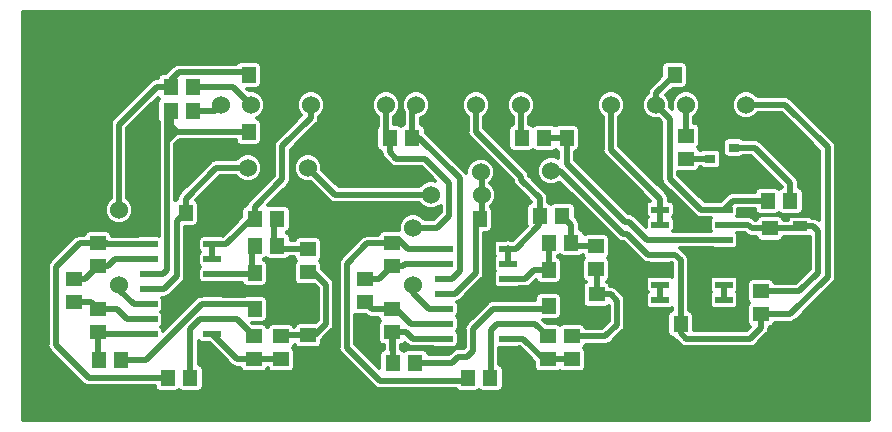
<source format=gbr>
G04 #@! TF.GenerationSoftware,KiCad,Pcbnew,(5.0.0-rc2-39-ga12b9db58)*
G04 #@! TF.CreationDate,2018-05-30T03:55:21-03:00*
G04 #@! TF.ProjectId,Signal,5369676E616C2E6B696361645F706362,rev?*
G04 #@! TF.SameCoordinates,Original*
G04 #@! TF.FileFunction,Copper,L2,Bot,Signal*
G04 #@! TF.FilePolarity,Positive*
%FSLAX46Y46*%
G04 Gerber Fmt 4.6, Leading zero omitted, Abs format (unit mm)*
G04 Created by KiCad (PCBNEW (5.0.0-rc2-39-ga12b9db58)) date Wed May 30 03:55:21 2018*
%MOMM*%
%LPD*%
G01*
G04 APERTURE LIST*
G04 #@! TA.AperFunction,SMDPad,CuDef*
%ADD10R,0.900000X0.800000*%
G04 #@! TD*
G04 #@! TA.AperFunction,ComponentPad*
%ADD11C,1.524000*%
G04 #@! TD*
G04 #@! TA.AperFunction,SMDPad,CuDef*
%ADD12R,1.295000X1.400000*%
G04 #@! TD*
G04 #@! TA.AperFunction,SMDPad,CuDef*
%ADD13R,1.400000X1.295000*%
G04 #@! TD*
G04 #@! TA.AperFunction,SMDPad,CuDef*
%ADD14R,1.200000X0.900000*%
G04 #@! TD*
G04 #@! TA.AperFunction,SMDPad,CuDef*
%ADD15R,1.500000X0.600000*%
G04 #@! TD*
G04 #@! TA.AperFunction,ViaPad*
%ADD16C,1.524000*%
G04 #@! TD*
G04 #@! TA.AperFunction,Conductor*
%ADD17C,0.508000*%
G04 #@! TD*
G04 #@! TA.AperFunction,Conductor*
%ADD18C,0.304800*%
G04 #@! TD*
G04 APERTURE END LIST*
D10*
G04 #@! TO.P,Q1,1*
G04 #@! TO.N,Net-(Q1-Pad1)*
X73136000Y-23942000D03*
G04 #@! TO.P,Q1,2*
G04 #@! TO.N,GNDA*
X73136000Y-25842000D03*
G04 #@! TO.P,Q1,3*
G04 #@! TO.N,Net-(Q1-Pad3)*
X71136000Y-24892000D03*
G04 #@! TD*
D11*
G04 #@! TO.P,U1,16*
G04 #@! TO.N,GNDA*
X71628000Y-20320000D03*
G04 #@! TO.P,U1,15*
G04 #@! TO.N,PWM*
X69088000Y-20320000D03*
G04 #@! TO.P,U1,14*
G04 #@! TO.N,BatOVInterrupt*
X66548000Y-20320000D03*
G04 #@! TO.P,U1,13*
G04 #@! TO.N,Vbat*
X62738000Y-20320000D03*
G04 #@! TO.P,U1,12*
G04 #@! TO.N,GNDA*
X60198000Y-20320000D03*
G04 #@! TO.P,U1,11*
X57658000Y-20320000D03*
G04 #@! TO.P,U1,10*
G04 #@! TO.N,Vbat_SIG_IN*
X55118000Y-20320000D03*
G04 #@! TO.P,U1,9*
G04 #@! TO.N,Ipanel*
X51308000Y-20320000D03*
G04 #@! TO.P,U1,8*
G04 #@! TO.N,GNDA*
X48768000Y-20320000D03*
G04 #@! TO.P,U1,7*
G04 #@! TO.N,Ipanel_Ref*
X46228000Y-20320000D03*
G04 #@! TO.P,U1,6*
G04 #@! TO.N,Ipanel_SIG*
X43688000Y-20320000D03*
G04 #@! TO.P,U1,5*
G04 #@! TO.N,GNDA*
X41148000Y-20320000D03*
G04 #@! TO.P,U1,4*
G04 #@! TO.N,Vpanel*
X37338000Y-20320000D03*
G04 #@! TO.P,U1,3*
G04 #@! TO.N,GNDA*
X34798000Y-20320000D03*
G04 #@! TO.P,U1,2*
G04 #@! TO.N,Vpanel_SIG*
X32258000Y-20320000D03*
G04 #@! TO.P,U1,1*
G04 #@! TO.N,Vpanel_Ref*
X29718000Y-20320000D03*
G04 #@! TO.P,U1,17*
G04 #@! TO.N,+5VA*
X74168000Y-20320000D03*
G04 #@! TD*
D12*
G04 #@! TO.P,R18,2*
G04 #@! TO.N,Net-(R18-Pad2)*
X46179500Y-42164000D03*
G04 #@! TO.P,R18,1*
G04 #@! TO.N,Net-(R17-Pad2)*
X44244500Y-42164000D03*
G04 #@! TD*
G04 #@! TO.P,C14,2*
G04 #@! TO.N,Net-(C14-Pad2)*
X32560500Y-34544000D03*
G04 #@! TO.P,C14,1*
G04 #@! TO.N,GNDA*
X34495500Y-34544000D03*
G04 #@! TD*
D13*
G04 #@! TO.P,C13,1*
G04 #@! TO.N,GNDA*
X37084000Y-37894500D03*
G04 #@! TO.P,C13,2*
G04 #@! TO.N,Net-(C13-Pad2)*
X37084000Y-39829500D03*
G04 #@! TD*
D12*
G04 #@! TO.P,C12,2*
G04 #@! TO.N,Vpanel*
X32560500Y-29972000D03*
G04 #@! TO.P,C12,1*
G04 #@! TO.N,Net-(C12-Pad1)*
X34495500Y-29972000D03*
G04 #@! TD*
G04 #@! TO.P,C11,1*
G04 #@! TO.N,GNDA*
X28653500Y-29464000D03*
G04 #@! TO.P,C11,2*
G04 #@! TO.N,+5VA*
X26718500Y-29464000D03*
G04 #@! TD*
D13*
G04 #@! TO.P,C1,2*
G04 #@! TO.N,GNDA*
X76200000Y-32717500D03*
G04 #@! TO.P,C1,1*
G04 #@! TO.N,/+3.9V*
X76200000Y-30782500D03*
G04 #@! TD*
D12*
G04 #@! TO.P,C2,1*
G04 #@! TO.N,+5VA*
X68628500Y-38862000D03*
G04 #@! TO.P,C2,2*
G04 #@! TO.N,GNDA*
X70563500Y-38862000D03*
G04 #@! TD*
G04 #@! TO.P,C7,2*
G04 #@! TO.N,+5VA*
X51610500Y-29972000D03*
G04 #@! TO.P,C7,1*
G04 #@! TO.N,GNDA*
X53545500Y-29972000D03*
G04 #@! TD*
G04 #@! TO.P,C8,2*
G04 #@! TO.N,Net-(100k8-Pad2)*
X58625500Y-29718000D03*
G04 #@! TO.P,C8,1*
G04 #@! TO.N,Ipanel*
X56690500Y-29718000D03*
G04 #@! TD*
D13*
G04 #@! TO.P,C9,2*
G04 #@! TO.N,Net-(100k7-Pad2)*
X61516500Y-36370500D03*
G04 #@! TO.P,C9,1*
G04 #@! TO.N,GNDA*
X61516500Y-38305500D03*
G04 #@! TD*
D12*
G04 #@! TO.P,C10,1*
G04 #@! TO.N,GNDA*
X59387500Y-34290000D03*
G04 #@! TO.P,C10,2*
G04 #@! TO.N,Net-(100k9-Pad2)*
X57452500Y-34290000D03*
G04 #@! TD*
D14*
G04 #@! TO.P,D1,1*
G04 #@! TO.N,/+3.9V*
X78740000Y-30608000D03*
G04 #@! TO.P,D1,2*
G04 #@! TO.N,GNDA*
X78740000Y-33908000D03*
G04 #@! TD*
D13*
G04 #@! TO.P,R16,2*
G04 #@! TO.N,Net-(R16-Pad2)*
X41910000Y-37035500D03*
G04 #@! TO.P,R16,1*
G04 #@! TO.N,Net-(R12-Pad2)*
X41910000Y-35100500D03*
G04 #@! TD*
G04 #@! TO.P,100k7,1*
G04 #@! TO.N,Net-(100k7-Pad1)*
X59436000Y-41861500D03*
G04 #@! TO.P,100k7,2*
G04 #@! TO.N,Net-(100k7-Pad2)*
X59436000Y-39926500D03*
G04 #@! TD*
G04 #@! TO.P,R12,2*
G04 #@! TO.N,Net-(R12-Pad2)*
X44196000Y-33987500D03*
G04 #@! TO.P,R12,1*
G04 #@! TO.N,Net-(R10-Pad1)*
X44196000Y-32052500D03*
G04 #@! TD*
G04 #@! TO.P,R1,1*
G04 #@! TO.N,/+3.9V*
X75438000Y-36116500D03*
G04 #@! TO.P,R1,2*
G04 #@! TO.N,+5VA*
X75438000Y-38051500D03*
G04 #@! TD*
D12*
G04 #@! TO.P,R2,2*
G04 #@! TO.N,BatOVInterrupt*
X68120500Y-17780000D03*
G04 #@! TO.P,R2,1*
G04 #@! TO.N,GNDA*
X70055500Y-17780000D03*
G04 #@! TD*
G04 #@! TO.P,R3,1*
G04 #@! TO.N,BatOVInterrupt*
X75994500Y-28448000D03*
G04 #@! TO.P,R3,2*
G04 #@! TO.N,Net-(Q1-Pad1)*
X77929500Y-28448000D03*
G04 #@! TD*
D13*
G04 #@! TO.P,R4,2*
G04 #@! TO.N,Net-(Q1-Pad3)*
X69088000Y-24892000D03*
G04 #@! TO.P,R4,1*
G04 #@! TO.N,PWM*
X69088000Y-22957000D03*
G04 #@! TD*
D12*
G04 #@! TO.P,R10,1*
G04 #@! TO.N,Net-(R10-Pad1)*
X50594500Y-43434000D03*
G04 #@! TO.P,R10,2*
G04 #@! TO.N,Net-(R10-Pad2)*
X52529500Y-43434000D03*
G04 #@! TD*
D13*
G04 #@! TO.P,R11,2*
G04 #@! TO.N,Net-(100k7-Pad1)*
X57404000Y-41861500D03*
G04 #@! TO.P,R11,1*
G04 #@! TO.N,Net-(R10-Pad2)*
X57404000Y-39926500D03*
G04 #@! TD*
D12*
G04 #@! TO.P,R_shunt1,1*
G04 #@! TO.N,Ipanel_Ref*
X45925500Y-23114000D03*
G04 #@! TO.P,R_shunt1,2*
G04 #@! TO.N,Ipanel_SIG*
X43990500Y-23114000D03*
G04 #@! TD*
G04 #@! TO.P,R28,2*
G04 #@! TO.N,Net-(R27-Pad1)*
X19352500Y-41910000D03*
G04 #@! TO.P,R28,1*
G04 #@! TO.N,Net-(R28-Pad1)*
X21287500Y-41910000D03*
G04 #@! TD*
D13*
G04 #@! TO.P,R27,1*
G04 #@! TO.N,Net-(R27-Pad1)*
X19304000Y-39575500D03*
G04 #@! TO.P,R27,2*
G04 #@! TO.N,Net-(R26-Pad2)*
X19304000Y-37640500D03*
G04 #@! TD*
G04 #@! TO.P,100k8,2*
G04 #@! TO.N,Net-(100k8-Pad2)*
X61468000Y-32306500D03*
G04 #@! TO.P,100k8,1*
G04 #@! TO.N,Net-(100k7-Pad2)*
X61468000Y-34241500D03*
G04 #@! TD*
D12*
G04 #@! TO.P,R25,1*
G04 #@! TO.N,Net-(C14-Pad2)*
X32560500Y-32258000D03*
G04 #@! TO.P,R25,2*
G04 #@! TO.N,Net-(C12-Pad1)*
X34495500Y-32258000D03*
G04 #@! TD*
D13*
G04 #@! TO.P,R24,2*
G04 #@! TO.N,Net-(C13-Pad2)*
X37084000Y-34495500D03*
G04 #@! TO.P,R24,1*
G04 #@! TO.N,Net-(C12-Pad1)*
X37084000Y-32560500D03*
G04 #@! TD*
G04 #@! TO.P,R23,1*
G04 #@! TO.N,Net-(C13-Pad2)*
X34798000Y-39926500D03*
G04 #@! TO.P,R23,2*
G04 #@! TO.N,Net-(R21-Pad1)*
X34798000Y-41861500D03*
G04 #@! TD*
G04 #@! TO.P,R22,2*
G04 #@! TO.N,Net-(R22-Pad2)*
X19304000Y-33987500D03*
G04 #@! TO.P,R22,1*
G04 #@! TO.N,Net-(R20-Pad2)*
X19304000Y-32052500D03*
G04 #@! TD*
G04 #@! TO.P,R21,1*
G04 #@! TO.N,Net-(R21-Pad1)*
X32512000Y-41861500D03*
G04 #@! TO.P,R21,2*
G04 #@! TO.N,Net-(R20-Pad1)*
X32512000Y-39926500D03*
G04 #@! TD*
D12*
G04 #@! TO.P,R20,2*
G04 #@! TO.N,Net-(R20-Pad2)*
X25194500Y-43434000D03*
G04 #@! TO.P,R20,1*
G04 #@! TO.N,Net-(R20-Pad1)*
X27129500Y-43434000D03*
G04 #@! TD*
G04 #@! TO.P,R19,1*
G04 #@! TO.N,Net-(R18-Pad2)*
X57452500Y-37338000D03*
G04 #@! TO.P,R19,2*
G04 #@! TO.N,GNDA*
X59387500Y-37338000D03*
G04 #@! TD*
D13*
G04 #@! TO.P,R17,1*
G04 #@! TO.N,Net-(R16-Pad2)*
X44196000Y-37640500D03*
G04 #@! TO.P,R17,2*
G04 #@! TO.N,Net-(R17-Pad2)*
X44196000Y-39575500D03*
G04 #@! TD*
G04 #@! TO.P,R26,2*
G04 #@! TO.N,Net-(R26-Pad2)*
X17272000Y-37035500D03*
G04 #@! TO.P,R26,1*
G04 #@! TO.N,Net-(R22-Pad2)*
X17272000Y-35100500D03*
G04 #@! TD*
D12*
G04 #@! TO.P,100k9,1*
G04 #@! TO.N,Net-(100k8-Pad2)*
X59387500Y-32004000D03*
G04 #@! TO.P,100k9,2*
G04 #@! TO.N,Net-(100k9-Pad2)*
X57452500Y-32004000D03*
G04 #@! TD*
G04 #@! TO.P,R29,2*
G04 #@! TO.N,GNDA*
X34495500Y-37592000D03*
G04 #@! TO.P,R29,1*
G04 #@! TO.N,Net-(R28-Pad1)*
X32560500Y-37592000D03*
G04 #@! TD*
G04 #@! TO.P,R35,1*
G04 #@! TO.N,Net-(R32-Pad1)*
X25448500Y-20828000D03*
G04 #@! TO.P,R35,2*
G04 #@! TO.N,Vpanel_Ref*
X27383500Y-20828000D03*
G04 #@! TD*
D15*
G04 #@! TO.P,U3,1*
G04 #@! TO.N,Net-(R17-Pad2)*
X48608000Y-40132000D03*
G04 #@! TO.P,U3,2*
G04 #@! TO.N,Net-(R16-Pad2)*
X48608000Y-38862000D03*
G04 #@! TO.P,U3,3*
G04 #@! TO.N,Ipanel_SIG*
X48608000Y-37592000D03*
G04 #@! TO.P,U3,4*
G04 #@! TO.N,+5VA*
X48608000Y-36322000D03*
G04 #@! TO.P,U3,5*
G04 #@! TO.N,Ipanel_Ref*
X48608000Y-35052000D03*
G04 #@! TO.P,U3,6*
G04 #@! TO.N,Net-(R12-Pad2)*
X48608000Y-33782000D03*
G04 #@! TO.P,U3,7*
G04 #@! TO.N,Net-(R10-Pad1)*
X48608000Y-32512000D03*
G04 #@! TO.P,U3,8*
G04 #@! TO.N,Ipanel*
X54008000Y-32512000D03*
G04 #@! TO.P,U3,9*
X54008000Y-33782000D03*
G04 #@! TO.P,U3,10*
G04 #@! TO.N,Net-(100k9-Pad2)*
X54008000Y-35052000D03*
G04 #@! TO.P,U3,11*
G04 #@! TO.N,GNDA*
X54008000Y-36322000D03*
G04 #@! TO.P,U3,12*
G04 #@! TO.N,Net-(R18-Pad2)*
X54008000Y-37592000D03*
G04 #@! TO.P,U3,13*
G04 #@! TO.N,Net-(R10-Pad2)*
X54008000Y-38862000D03*
G04 #@! TO.P,U3,14*
G04 #@! TO.N,Net-(100k7-Pad1)*
X54008000Y-40132000D03*
G04 #@! TD*
D12*
G04 #@! TO.P,R31,2*
G04 #@! TO.N,Net-(R30-Pad1)*
X32052500Y-17780000D03*
G04 #@! TO.P,R31,1*
G04 #@! TO.N,GNDA*
X33987500Y-17780000D03*
G04 #@! TD*
G04 #@! TO.P,R30,1*
G04 #@! TO.N,Net-(R30-Pad1)*
X25448500Y-18796000D03*
G04 #@! TO.P,R30,2*
G04 #@! TO.N,Vpanel_SIG*
X27383500Y-18796000D03*
G04 #@! TD*
G04 #@! TO.P,R33,1*
G04 #@! TO.N,/Vbat_SIG*
X58976500Y-23114000D03*
G04 #@! TO.P,R33,2*
G04 #@! TO.N,GNDA*
X60911500Y-23114000D03*
G04 #@! TD*
G04 #@! TO.P,R32,2*
G04 #@! TO.N,GNDA*
X33987500Y-22606000D03*
G04 #@! TO.P,R32,1*
G04 #@! TO.N,Net-(R32-Pad1)*
X32052500Y-22606000D03*
G04 #@! TD*
G04 #@! TO.P,R34,1*
G04 #@! TO.N,Vbat_SIG_IN*
X55166500Y-23114000D03*
G04 #@! TO.P,R34,2*
G04 #@! TO.N,/Vbat_SIG*
X57101500Y-23114000D03*
G04 #@! TD*
D15*
G04 #@! TO.P,U4,14*
G04 #@! TO.N,Net-(R21-Pad1)*
X28989000Y-39751000D03*
G04 #@! TO.P,U4,13*
G04 #@! TO.N,Net-(R20-Pad1)*
X28989000Y-38481000D03*
G04 #@! TO.P,U4,12*
G04 #@! TO.N,Net-(R28-Pad1)*
X28989000Y-37211000D03*
G04 #@! TO.P,U4,11*
G04 #@! TO.N,GNDA*
X28989000Y-35941000D03*
G04 #@! TO.P,U4,10*
G04 #@! TO.N,Net-(C14-Pad2)*
X28989000Y-34671000D03*
G04 #@! TO.P,U4,9*
G04 #@! TO.N,Vpanel*
X28989000Y-33401000D03*
G04 #@! TO.P,U4,8*
X28989000Y-32131000D03*
G04 #@! TO.P,U4,7*
G04 #@! TO.N,Net-(R20-Pad2)*
X23589000Y-32131000D03*
G04 #@! TO.P,U4,6*
G04 #@! TO.N,Net-(R22-Pad2)*
X23589000Y-33401000D03*
G04 #@! TO.P,U4,5*
G04 #@! TO.N,Net-(R32-Pad1)*
X23589000Y-34671000D03*
G04 #@! TO.P,U4,4*
G04 #@! TO.N,+5VA*
X23589000Y-35941000D03*
G04 #@! TO.P,U4,3*
G04 #@! TO.N,Net-(R30-Pad1)*
X23589000Y-37211000D03*
G04 #@! TO.P,U4,2*
G04 #@! TO.N,Net-(R26-Pad2)*
X23589000Y-38481000D03*
G04 #@! TO.P,U4,1*
G04 #@! TO.N,Net-(R27-Pad1)*
X23589000Y-39751000D03*
G04 #@! TD*
G04 #@! TO.P,U2,1*
G04 #@! TO.N,Net-(U2-Pad1)*
X66896000Y-36830000D03*
G04 #@! TO.P,U2,2*
X66896000Y-35560000D03*
G04 #@! TO.P,U2,3*
G04 #@! TO.N,GNDA*
X66896000Y-34290000D03*
G04 #@! TO.P,U2,4*
G04 #@! TO.N,+5VA*
X66896000Y-33020000D03*
G04 #@! TO.P,U2,5*
G04 #@! TO.N,/Vbat_SIG*
X66896000Y-31750000D03*
G04 #@! TO.P,U2,6*
G04 #@! TO.N,Vbat*
X66896000Y-30480000D03*
G04 #@! TO.P,U2,7*
X66896000Y-29210000D03*
G04 #@! TO.P,U2,8*
G04 #@! TO.N,BatOVInterrupt*
X72296000Y-29210000D03*
G04 #@! TO.P,U2,9*
G04 #@! TO.N,/+3.9V*
X72296000Y-30480000D03*
G04 #@! TO.P,U2,10*
G04 #@! TO.N,/Vbat_SIG*
X72296000Y-31750000D03*
G04 #@! TO.P,U2,11*
G04 #@! TO.N,GNDA*
X72296000Y-33020000D03*
G04 #@! TO.P,U2,12*
X72296000Y-34290000D03*
G04 #@! TO.P,U2,13*
G04 #@! TO.N,Net-(U2-Pad13)*
X72296000Y-35560000D03*
G04 #@! TO.P,U2,14*
X72296000Y-36830000D03*
G04 #@! TD*
D16*
G04 #@! TO.N,GNDA*
X72898000Y-41441601D03*
X72898000Y-38800001D03*
X64262000Y-28448000D03*
X64262000Y-33274000D03*
X42081947Y-40722053D03*
X39878000Y-42925992D03*
G04 #@! TO.N,Ipanel_SIG*
X45974014Y-30734000D03*
X45974000Y-35560000D03*
G04 #@! TO.N,+5VA*
X51816000Y-27940000D03*
X47498008Y-27940000D03*
X57658000Y-25908000D03*
X32004000Y-25654000D03*
X37084002Y-25654000D03*
X51704309Y-26019705D03*
G04 #@! TO.N,Net-(R30-Pad1)*
X21082000Y-35560000D03*
X21082000Y-29210000D03*
G04 #@! TD*
D17*
G04 #@! TO.N,Net-(Q1-Pad3)*
X71136000Y-24892000D02*
X69088000Y-24892000D01*
G04 #@! TO.N,GNDA*
X34798000Y-20320000D02*
X34798000Y-19352500D01*
X33987500Y-17780000D02*
X34290000Y-17780000D01*
X34798000Y-18288000D02*
X34798000Y-19352500D01*
X34290000Y-17780000D02*
X34798000Y-18288000D01*
X53086000Y-36322000D02*
X54008000Y-36322000D01*
X52578000Y-35814000D02*
X53086000Y-36322000D01*
X52578000Y-31496000D02*
X52578000Y-35814000D01*
X53545500Y-29972000D02*
X53545500Y-30528500D01*
X53545500Y-30528500D02*
X52578000Y-31496000D01*
X48465500Y-20622500D02*
X48768000Y-20320000D01*
X55860486Y-35814000D02*
X59387500Y-35814000D01*
X55352486Y-36322000D02*
X55860486Y-35814000D01*
X54008000Y-36322000D02*
X55352486Y-36322000D01*
X59387500Y-35052000D02*
X59387500Y-35814000D01*
X59387500Y-35814000D02*
X59387500Y-37338000D01*
X60355000Y-38305500D02*
X61516500Y-38305500D01*
X59387500Y-37338000D02*
X60355000Y-38305500D01*
X59387500Y-35052000D02*
X59387500Y-34290000D01*
X33544500Y-35941000D02*
X34241500Y-35244000D01*
X28989000Y-35941000D02*
X28203158Y-35941000D01*
X27178000Y-34915842D02*
X27178000Y-31750000D01*
X28936000Y-29992000D02*
X28936000Y-29464000D01*
X28203158Y-35941000D02*
X27178000Y-34915842D01*
X27178000Y-31750000D02*
X28936000Y-29992000D01*
X33417500Y-36068000D02*
X33544500Y-35941000D01*
X28989000Y-35941000D02*
X29116000Y-36068000D01*
X29116000Y-36068000D02*
X33417500Y-36068000D01*
X34495500Y-37035500D02*
X34495500Y-37846000D01*
X33544500Y-35941000D02*
X33544500Y-36084500D01*
X33544500Y-36084500D02*
X34495500Y-37035500D01*
X34495500Y-37846000D02*
X37035500Y-37846000D01*
X37035500Y-37846000D02*
X37084000Y-37894500D01*
X38608000Y-17780000D02*
X41148000Y-20320000D01*
X33987500Y-17780000D02*
X38608000Y-17780000D01*
X46228000Y-17780000D02*
X48768000Y-20320000D01*
X38608000Y-17780000D02*
X46228000Y-17780000D01*
X57658000Y-17780000D02*
X60198000Y-20320000D01*
X71846000Y-33020000D02*
X72296000Y-33020000D01*
X71038000Y-33020000D02*
X72296000Y-33020000D01*
X70563500Y-33494500D02*
X71038000Y-33020000D01*
X70563500Y-38862000D02*
X70563500Y-33494500D01*
X77644500Y-33908000D02*
X76454000Y-32717500D01*
X78740000Y-33908000D02*
X77644500Y-33908000D01*
X74373500Y-33020000D02*
X72296000Y-33020000D01*
X76454000Y-32717500D02*
X76151500Y-33020000D01*
X74992000Y-32717500D02*
X76200000Y-32717500D01*
X74373500Y-33020000D02*
X74676000Y-32717500D01*
X74676000Y-32717500D02*
X74992000Y-32717500D01*
X71628000Y-19558000D02*
X71628000Y-20320000D01*
X70055500Y-17780000D02*
X70055500Y-17985500D01*
X70055500Y-17985500D02*
X71628000Y-19558000D01*
X66896000Y-34290000D02*
X65638000Y-34290000D01*
X65638000Y-34290000D02*
X65587199Y-34340801D01*
X70625499Y-38800001D02*
X70563500Y-38862000D01*
X72898000Y-38800001D02*
X70625499Y-38800001D01*
X72296000Y-34290000D02*
X72296000Y-33020000D01*
X48514000Y-20574000D02*
X48768000Y-20320000D01*
X48514000Y-20707486D02*
X48514000Y-20574000D01*
X34290000Y-20828000D02*
X34798000Y-20320000D01*
X33987500Y-22606000D02*
X34290000Y-22303500D01*
X34290000Y-22303500D02*
X34290000Y-20828000D01*
X67857601Y-41441601D02*
X72898000Y-41441601D01*
X64516000Y-38100000D02*
X67857601Y-41441601D01*
X65587199Y-34340801D02*
X64516000Y-35412000D01*
X64516000Y-35412000D02*
X64516000Y-38100000D01*
X65023999Y-34035999D02*
X64262000Y-33274000D01*
X60960000Y-22462500D02*
X60960000Y-25146000D01*
X63500001Y-27686001D02*
X64262000Y-28448000D01*
X60960000Y-25146000D02*
X63500001Y-27686001D01*
X65587199Y-34340801D02*
X65328801Y-34340801D01*
X65328801Y-34340801D02*
X65023999Y-34035999D01*
X57150000Y-17780000D02*
X57658000Y-17780000D01*
X46228000Y-17780000D02*
X57150000Y-17780000D01*
X68977500Y-15494000D02*
X70055500Y-16572000D01*
X57150000Y-17780000D02*
X59436000Y-15494000D01*
X59436000Y-15494000D02*
X68977500Y-15494000D01*
X70055500Y-16572000D02*
X70055500Y-17780000D01*
X60911500Y-21033500D02*
X60198000Y-20320000D01*
X60911500Y-23114000D02*
X60911500Y-21033500D01*
X60198000Y-20320000D02*
X57658000Y-20320000D01*
X34086807Y-23913307D02*
X33987500Y-23814000D01*
X34086807Y-26287985D02*
X34086807Y-23913307D01*
X30910786Y-29464000D02*
X34086807Y-26287985D01*
X33987500Y-23814000D02*
X33987500Y-22606000D01*
X28653500Y-29464000D02*
X30910786Y-29464000D01*
X48768000Y-20320000D02*
X49529999Y-21081999D01*
X49529999Y-21081999D02*
X49529999Y-21977487D01*
X53545500Y-28764000D02*
X53545500Y-29972000D01*
X49529999Y-21977487D02*
X53545500Y-25992988D01*
X53545500Y-25992988D02*
X53545500Y-28764000D01*
G04 #@! TO.N,Net-(Q1-Pad1)*
X77929500Y-26952712D02*
X74918788Y-23942000D01*
X77929500Y-28448000D02*
X77929500Y-26952712D01*
X74918788Y-23942000D02*
X74094000Y-23942000D01*
X74094000Y-23942000D02*
X73136000Y-23942000D01*
G04 #@! TO.N,Net-(R22-Pad2)*
X20114500Y-33987500D02*
X19304000Y-33987500D01*
X23589000Y-33401000D02*
X20701000Y-33401000D01*
X20701000Y-33401000D02*
X20114500Y-33987500D01*
X18191000Y-35100500D02*
X19304000Y-33987500D01*
X17272000Y-35100500D02*
X18191000Y-35100500D01*
G04 #@! TO.N,Net-(R20-Pad2)*
X17733000Y-32051000D02*
X15748000Y-34036000D01*
X20066000Y-32051000D02*
X17733000Y-32051000D01*
X15748000Y-34036000D02*
X15748000Y-40658842D01*
X15748000Y-40658842D02*
X18523158Y-43434000D01*
X18523158Y-43434000D02*
X23950000Y-43434000D01*
X23950000Y-43434000D02*
X24940500Y-43434000D01*
X22331000Y-32131000D02*
X23589000Y-32131000D01*
X19939000Y-32051000D02*
X20019000Y-32131000D01*
X20019000Y-32131000D02*
X22331000Y-32131000D01*
G04 #@! TO.N,Net-(R26-Pad2)*
X18699000Y-37035500D02*
X19304000Y-37640500D01*
X17272000Y-37035500D02*
X18699000Y-37035500D01*
X20876500Y-37640500D02*
X19304000Y-37640500D01*
X23589000Y-38481000D02*
X21717000Y-38481000D01*
X21717000Y-38481000D02*
X20876500Y-37640500D01*
G04 #@! TO.N,/+3.9V*
X78565500Y-30782500D02*
X78740000Y-30608000D01*
X76454000Y-30782500D02*
X78565500Y-30782500D01*
X74373500Y-30480000D02*
X72296000Y-30480000D01*
X76454000Y-30782500D02*
X76151500Y-30480000D01*
X74676000Y-30782500D02*
X76200000Y-30782500D01*
X74373500Y-30480000D02*
X74676000Y-30782500D01*
X79848000Y-30608000D02*
X80264000Y-31024000D01*
X78740000Y-30608000D02*
X79848000Y-30608000D01*
X80264000Y-31024000D02*
X80264000Y-34544000D01*
X78691500Y-36116500D02*
X75438000Y-36116500D01*
X80264000Y-34544000D02*
X78691500Y-36116500D01*
G04 #@! TO.N,BatOVInterrupt*
X70358000Y-29210000D02*
X72296000Y-29210000D01*
X66548000Y-19352500D02*
X68120500Y-17780000D01*
X66548000Y-20320000D02*
X67708808Y-21480808D01*
X66548000Y-20320000D02*
X66548000Y-19352500D01*
X67708808Y-21480808D02*
X67708808Y-26560808D01*
X67708808Y-26560808D02*
X70358000Y-29210000D01*
X73058000Y-28448000D02*
X72296000Y-29210000D01*
X74216500Y-28448000D02*
X73058000Y-28448000D01*
X74216500Y-28448000D02*
X75994500Y-28448000D01*
G04 #@! TO.N,PWM*
X69088000Y-20320000D02*
X69088000Y-22957000D01*
G04 #@! TO.N,Net-(R20-Pad1)*
X27946488Y-38481000D02*
X28989000Y-38481000D01*
X27129500Y-39297988D02*
X27946488Y-38481000D01*
X27129500Y-43434000D02*
X27129500Y-39297988D01*
X29845000Y-38481000D02*
X28989000Y-38481000D01*
X28989000Y-38481000D02*
X31066500Y-38481000D01*
X31066500Y-38481000D02*
X32512000Y-39926500D01*
G04 #@! TO.N,Net-(R21-Pad1)*
X28989000Y-39751000D02*
X29439000Y-39751000D01*
X31099500Y-41861500D02*
X32512000Y-41861500D01*
X28989000Y-39751000D02*
X31099500Y-41861500D01*
X34798000Y-41861500D02*
X32512000Y-41861500D01*
G04 #@! TO.N,Net-(C13-Pad2)*
X34895000Y-39829500D02*
X34798000Y-39926500D01*
X37084000Y-39829500D02*
X34895000Y-39829500D01*
X37543500Y-34495500D02*
X37084000Y-34495500D01*
X38608000Y-35560000D02*
X37543500Y-34495500D01*
X38608000Y-38862000D02*
X38608000Y-35560000D01*
X37084000Y-39829500D02*
X37640500Y-39829500D01*
X37640500Y-39829500D02*
X38608000Y-38862000D01*
G04 #@! TO.N,Net-(C12-Pad1)*
X34241500Y-29972000D02*
X34241500Y-32258000D01*
X36527500Y-32512000D02*
X36576000Y-32560500D01*
X34241500Y-32258000D02*
X34495500Y-32512000D01*
X34495500Y-32512000D02*
X36527500Y-32512000D01*
G04 #@! TO.N,Net-(R27-Pad1)*
X23589000Y-39751000D02*
X20066000Y-39751000D01*
X19304000Y-41861500D02*
X19352500Y-41910000D01*
X19304000Y-39321500D02*
X19304000Y-41861500D01*
X19479500Y-39751000D02*
X20066000Y-39751000D01*
X19304000Y-39575500D02*
X19479500Y-39751000D01*
G04 #@! TO.N,Ipanel_SIG*
X43608000Y-20400000D02*
X43688000Y-20320000D01*
X48608000Y-37592000D02*
X47350000Y-37592000D01*
X47350000Y-37592000D02*
X45974000Y-36216000D01*
X45974000Y-36216000D02*
X45974000Y-35560000D01*
X43688000Y-20320000D02*
X43688000Y-22731500D01*
X43688000Y-23114000D02*
X43942000Y-23368000D01*
X48006000Y-30734000D02*
X45974014Y-30734000D01*
X43990500Y-24322000D02*
X44560500Y-24892000D01*
X49022000Y-29718000D02*
X48006000Y-30734000D01*
X43990500Y-23114000D02*
X43990500Y-24322000D01*
X44560500Y-24892000D02*
X46990000Y-24892000D01*
X46990000Y-24892000D02*
X49022000Y-26924000D01*
X49022000Y-26924000D02*
X49022000Y-29718000D01*
G04 #@! TO.N,Ipanel_Ref*
X46308000Y-20400000D02*
X46228000Y-20320000D01*
X46005500Y-20542500D02*
X46228000Y-20320000D01*
X45925500Y-20622500D02*
X46228000Y-20320000D01*
X45925500Y-23114000D02*
X45925500Y-20622500D01*
X49916801Y-26548801D02*
X49916801Y-34411199D01*
X49276000Y-35052000D02*
X48608000Y-35052000D01*
X45925500Y-23114000D02*
X46482000Y-23114000D01*
X49916801Y-34411199D02*
X49276000Y-35052000D01*
X46482000Y-23114000D02*
X49916801Y-26548801D01*
G04 #@! TO.N,Net-(100k7-Pad2)*
X61516500Y-34290000D02*
X61468000Y-34241500D01*
X61516500Y-36370500D02*
X61516500Y-34290000D01*
X62248842Y-39926500D02*
X63246000Y-38929342D01*
X59436000Y-39926500D02*
X62248842Y-39926500D01*
X62724500Y-36370500D02*
X61516500Y-36370500D01*
X63246000Y-38929342D02*
X63246000Y-36892000D01*
X63246000Y-36892000D02*
X62724500Y-36370500D01*
G04 #@! TO.N,Net-(100k8-Pad2)*
X59690000Y-32306500D02*
X59387500Y-32004000D01*
X61468000Y-32306500D02*
X59690000Y-32306500D01*
X59387500Y-30480000D02*
X58625500Y-29718000D01*
X59387500Y-32004000D02*
X59387500Y-30480000D01*
G04 #@! TO.N,Net-(100k9-Pad2)*
X54008000Y-35052000D02*
X55473000Y-35052000D01*
X56235000Y-34290000D02*
X55727000Y-34798000D01*
X57452500Y-34290000D02*
X56235000Y-34290000D01*
X55473000Y-35052000D02*
X55727000Y-34798000D01*
X57452500Y-32258000D02*
X57452500Y-34290000D01*
G04 #@! TO.N,Net-(C14-Pad2)*
X28989000Y-34671000D02*
X29770158Y-34671000D01*
X32306500Y-32258000D02*
X32306500Y-34544000D01*
X32306500Y-34495500D02*
X32306500Y-34036000D01*
X28989000Y-34671000D02*
X32131000Y-34671000D01*
X32131000Y-34671000D02*
X32306500Y-34495500D01*
G04 #@! TO.N,Vbat*
X66446000Y-29210000D02*
X66896000Y-29210000D01*
X66896000Y-30480000D02*
X66896000Y-29972000D01*
X66896000Y-29972000D02*
X66896000Y-29210000D01*
X66896000Y-28288000D02*
X66896000Y-29972000D01*
X62738000Y-20320000D02*
X62738000Y-24130000D01*
X62738000Y-24130000D02*
X66896000Y-28288000D01*
G04 #@! TO.N,+5VA*
X51308000Y-30274500D02*
X51610500Y-29972000D01*
X51308000Y-34544000D02*
X51308000Y-30274500D01*
X48608000Y-36322000D02*
X49530000Y-36322000D01*
X49530000Y-36322000D02*
X51308000Y-34544000D01*
X51816000Y-29766500D02*
X51610500Y-29972000D01*
X51816000Y-27940000D02*
X51816000Y-29766500D01*
X68628500Y-37654000D02*
X68628500Y-38862000D01*
X68628500Y-33494500D02*
X68628500Y-37654000D01*
X66896000Y-33020000D02*
X68154000Y-33020000D01*
X68154000Y-33020000D02*
X68628500Y-33494500D01*
X68628500Y-39672500D02*
X68628500Y-38862000D01*
X69088000Y-40132000D02*
X68628500Y-39672500D01*
X69099199Y-40120801D02*
X69088000Y-40132000D01*
X74524199Y-40120801D02*
X73152000Y-40120801D01*
X75438000Y-39207000D02*
X74524199Y-40120801D01*
X75438000Y-38051500D02*
X75438000Y-39207000D01*
X73152000Y-40120801D02*
X69099199Y-40120801D01*
X30926370Y-25654000D02*
X32004000Y-25654000D01*
X26718500Y-28256000D02*
X29320500Y-25654000D01*
X29320500Y-25654000D02*
X30926370Y-25654000D01*
X26718500Y-29464000D02*
X26718500Y-28256000D01*
X47498008Y-27940000D02*
X39370002Y-27940000D01*
X37846001Y-26415999D02*
X37084002Y-25654000D01*
X39370002Y-27940000D02*
X37846001Y-26415999D01*
X81076810Y-23926810D02*
X77470000Y-20320000D01*
X77470000Y-20320000D02*
X74168000Y-20320000D01*
X81076810Y-34880676D02*
X81076810Y-23926810D01*
X75438000Y-38051500D02*
X77905986Y-38051500D01*
X77905986Y-38051500D02*
X81076810Y-34880676D01*
X25958811Y-30175189D02*
X26436000Y-29698000D01*
X25958811Y-34829189D02*
X25958811Y-30175189D01*
X23589000Y-35941000D02*
X24847000Y-35941000D01*
X24847000Y-35941000D02*
X25958811Y-34829189D01*
X51816000Y-26131396D02*
X51704309Y-26019705D01*
X51816000Y-27940000D02*
X51816000Y-26131396D01*
X58420000Y-25908000D02*
X57658000Y-25908000D01*
X64128512Y-31242000D02*
X63754000Y-31242000D01*
X63754000Y-31242000D02*
X58420000Y-25908000D01*
X66896000Y-33020000D02*
X65906512Y-33020000D01*
X65906512Y-33020000D02*
X64128512Y-31242000D01*
G04 #@! TO.N,Net-(U2-Pad13)*
X72296000Y-36830000D02*
X72296000Y-35560000D01*
G04 #@! TO.N,Vpanel*
X28989000Y-32131000D02*
X29337000Y-32131000D01*
X28989000Y-32131000D02*
X29511000Y-32131000D01*
X28989000Y-33401000D02*
X28989000Y-32131000D01*
X30147500Y-32131000D02*
X32306500Y-29972000D01*
X28989000Y-32131000D02*
X30147500Y-32131000D01*
X32560500Y-29972000D02*
X32560500Y-28963774D01*
X34899612Y-23836018D02*
X37338000Y-21397630D01*
X34899612Y-26624662D02*
X34899612Y-23836018D01*
X37338000Y-21397630D02*
X37338000Y-20320000D01*
X32560500Y-28963774D02*
X34899612Y-26624662D01*
G04 #@! TO.N,Vpanel_Ref*
X29210000Y-20828000D02*
X29718000Y-20320000D01*
X27383500Y-20828000D02*
X29210000Y-20828000D01*
G04 #@! TO.N,Vpanel_SIG*
X28539000Y-18796000D02*
X27383500Y-18796000D01*
X32258000Y-20320000D02*
X30734000Y-18796000D01*
X30734000Y-18796000D02*
X28539000Y-18796000D01*
G04 #@! TO.N,Ipanel*
X54008000Y-33782000D02*
X54008000Y-32512000D01*
X54008000Y-32512000D02*
X54008000Y-32400500D01*
X54658500Y-32512000D02*
X54008000Y-32512000D01*
X56642000Y-29561000D02*
X56642000Y-30528500D01*
X56642000Y-30528500D02*
X54658500Y-32512000D01*
X56690500Y-28242500D02*
X56690500Y-29718000D01*
X55118000Y-26416000D02*
X55118000Y-26670000D01*
X51308000Y-22606000D02*
X55118000Y-26416000D01*
X55118000Y-26670000D02*
X56690500Y-28242500D01*
X51308000Y-20320000D02*
X51308000Y-22606000D01*
G04 #@! TO.N,Net-(R16-Pad2)*
X42515000Y-37640500D02*
X41910000Y-37035500D01*
X43942000Y-37640500D02*
X42515000Y-37640500D01*
X48608000Y-38862000D02*
X45800000Y-38862000D01*
X45800000Y-38862000D02*
X44450000Y-37512000D01*
G04 #@! TO.N,Net-(R12-Pad2)*
X45292000Y-33782000D02*
X48608000Y-33782000D01*
X43083000Y-35100500D02*
X44196000Y-33987500D01*
X41910000Y-35100500D02*
X43083000Y-35100500D01*
X45086500Y-33987500D02*
X45292000Y-33782000D01*
X44196000Y-33987500D02*
X45086500Y-33987500D01*
G04 #@! TO.N,Net-(R10-Pad1)*
X45546000Y-32512000D02*
X44704000Y-31670000D01*
X48608000Y-32512000D02*
X45546000Y-32512000D01*
X50594500Y-43688000D02*
X50848500Y-43434000D01*
X43180000Y-43688000D02*
X50594500Y-43688000D01*
X40386000Y-40894000D02*
X43180000Y-43688000D01*
X40386000Y-33782000D02*
X40386000Y-40894000D01*
X44196000Y-32052500D02*
X42115500Y-32052500D01*
X42115500Y-32052500D02*
X40386000Y-33782000D01*
G04 #@! TO.N,Net-(R10-Pad2)*
X56339500Y-38862000D02*
X57404000Y-39926500D01*
X54008000Y-38862000D02*
X56339500Y-38862000D01*
X54008000Y-38862000D02*
X53086000Y-38862000D01*
X52578000Y-39370000D02*
X52578000Y-42926000D01*
X53086000Y-38862000D02*
X52578000Y-39370000D01*
G04 #@! TO.N,Net-(100k7-Pad1)*
X57021500Y-41861500D02*
X58420000Y-41861500D01*
X54008000Y-40132000D02*
X55292000Y-40132000D01*
X55292000Y-40132000D02*
X57021500Y-41861500D01*
X58420000Y-41861500D02*
X59436000Y-41861500D01*
G04 #@! TO.N,Net-(R17-Pad2)*
X44196000Y-39575500D02*
X44196000Y-39829500D01*
X45960500Y-40132000D02*
X47498000Y-40132000D01*
X45404000Y-39575500D02*
X45960500Y-40132000D01*
X44196000Y-39575500D02*
X45404000Y-39575500D01*
X47354500Y-40132000D02*
X47498000Y-40132000D01*
X47498000Y-40132000D02*
X48608000Y-40132000D01*
X44196000Y-39575500D02*
X44196000Y-41099500D01*
X44244500Y-39624000D02*
X44196000Y-39575500D01*
X44244500Y-42164000D02*
X44244500Y-39624000D01*
G04 #@! TO.N,Net-(R18-Pad2)*
X57198500Y-37592000D02*
X57452500Y-37338000D01*
X54008000Y-37592000D02*
X57198500Y-37592000D01*
X53086000Y-37592000D02*
X54008000Y-37592000D01*
X52750000Y-37592000D02*
X54008000Y-37592000D01*
X46179500Y-42164000D02*
X49276000Y-42164000D01*
X49276000Y-42164000D02*
X49784000Y-41656000D01*
X49784000Y-41656000D02*
X50546000Y-41656000D01*
X50546000Y-41656000D02*
X51054000Y-41148000D01*
X51054000Y-41148000D02*
X51054000Y-39288000D01*
X51054000Y-39288000D02*
X52750000Y-37592000D01*
G04 #@! TO.N,Net-(R30-Pad1)*
X31809699Y-17537199D02*
X32052500Y-17780000D01*
X26150801Y-17537199D02*
X31809699Y-17537199D01*
X25448500Y-18796000D02*
X25448500Y-18239500D01*
X25448500Y-18239500D02*
X26150801Y-17537199D01*
X23589000Y-37211000D02*
X22331000Y-37211000D01*
X22331000Y-37211000D02*
X21082000Y-35962000D01*
X21082000Y-35962000D02*
X21082000Y-35560000D01*
X21082000Y-22007000D02*
X21082000Y-28132370D01*
X21082000Y-28132370D02*
X21082000Y-29210000D01*
X25448500Y-18796000D02*
X24293000Y-18796000D01*
X24293000Y-18796000D02*
X21082000Y-22007000D01*
G04 #@! TO.N,Net-(R28-Pad1)*
X28067002Y-37211000D02*
X28989000Y-37211000D01*
X21287500Y-41910000D02*
X23368002Y-41910000D01*
X23368002Y-41910000D02*
X28067002Y-37211000D01*
X32433500Y-37211000D02*
X32560500Y-37338000D01*
X28989000Y-37211000D02*
X32433500Y-37211000D01*
G04 #@! TO.N,Net-(R32-Pad1)*
X23589000Y-34671000D02*
X24374842Y-34671000D01*
X25146000Y-31750000D02*
X25146000Y-31632158D01*
X30897000Y-22606000D02*
X32052500Y-22606000D01*
X26018500Y-22606000D02*
X30897000Y-22606000D01*
X25448500Y-20828000D02*
X25448500Y-22036000D01*
X26018500Y-22606000D02*
X25908000Y-22606000D01*
X25146000Y-31750000D02*
X25146000Y-23368000D01*
X25654000Y-22462500D02*
X25764500Y-22352000D01*
X25654000Y-22860000D02*
X25654000Y-22462500D01*
X25764500Y-22352000D02*
X26018500Y-22606000D01*
X25448500Y-22036000D02*
X25764500Y-22352000D01*
X25908000Y-22606000D02*
X25654000Y-22860000D01*
X25654000Y-22860000D02*
X25146000Y-23368000D01*
X25146000Y-21130500D02*
X25448500Y-20828000D01*
X25764500Y-22352000D02*
X25146000Y-22352000D01*
X25146000Y-23368000D02*
X25146000Y-22352000D01*
X25146000Y-22352000D02*
X25146000Y-21130500D01*
X23589000Y-34671000D02*
X24765000Y-34671000D01*
X25146000Y-34290000D02*
X25146000Y-31750000D01*
X24765000Y-34671000D02*
X25146000Y-34290000D01*
G04 #@! TO.N,Vbat_SIG_IN*
X55118000Y-20320000D02*
X55118000Y-22860000D01*
X55118000Y-22860000D02*
X55069500Y-22908500D01*
G04 #@! TO.N,/Vbat_SIG*
X72296000Y-31750000D02*
X66896000Y-31750000D01*
X57101500Y-23114000D02*
X58976500Y-23114000D01*
X58976500Y-24322000D02*
X58976500Y-23114000D01*
X58976500Y-25315012D02*
X58976500Y-24322000D01*
X64262000Y-30226000D02*
X63887488Y-30226000D01*
X66896000Y-31750000D02*
X65786000Y-31750000D01*
X63887488Y-30226000D02*
X58976500Y-25315012D01*
X65786000Y-31750000D02*
X64262000Y-30226000D01*
G04 #@! TO.N,Net-(U2-Pad1)*
X66896000Y-36830000D02*
X66896000Y-35560000D01*
G04 #@! TD*
D18*
G04 #@! TO.N,GNDA*
G36*
X84582801Y-46990800D02*
X12953200Y-46990800D01*
X12953200Y-34036000D01*
X15022868Y-34036000D01*
X15036800Y-34106041D01*
X15036801Y-40588796D01*
X15022868Y-40658842D01*
X15078065Y-40936338D01*
X15195576Y-41112206D01*
X15195579Y-41112209D01*
X15235255Y-41171588D01*
X15294634Y-41211264D01*
X17970736Y-43887367D01*
X18010412Y-43946746D01*
X18069791Y-43986422D01*
X18069793Y-43986424D01*
X18245660Y-44103935D01*
X18245661Y-44103935D01*
X18245662Y-44103936D01*
X18453112Y-44145200D01*
X18453115Y-44145200D01*
X18523157Y-44159132D01*
X18593199Y-44145200D01*
X24083071Y-44145200D01*
X24116327Y-44312391D01*
X24217377Y-44463623D01*
X24368609Y-44564673D01*
X24547000Y-44600157D01*
X25842000Y-44600157D01*
X26020391Y-44564673D01*
X26162000Y-44470053D01*
X26303609Y-44564673D01*
X26482000Y-44600157D01*
X27777000Y-44600157D01*
X27955391Y-44564673D01*
X28106623Y-44463623D01*
X28207673Y-44312391D01*
X28243157Y-44134000D01*
X28243157Y-42734000D01*
X28207673Y-42555609D01*
X28106623Y-42404377D01*
X27955391Y-42303327D01*
X27840700Y-42280514D01*
X27840700Y-40277841D01*
X27909377Y-40380623D01*
X28060609Y-40481673D01*
X28239000Y-40517157D01*
X28749369Y-40517157D01*
X30547078Y-42314867D01*
X30586754Y-42374246D01*
X30646133Y-42413922D01*
X30646135Y-42413924D01*
X30718721Y-42462424D01*
X30822004Y-42531436D01*
X31029454Y-42572700D01*
X31029458Y-42572700D01*
X31099500Y-42586632D01*
X31169542Y-42572700D01*
X31358514Y-42572700D01*
X31381327Y-42687391D01*
X31482377Y-42838623D01*
X31633609Y-42939673D01*
X31812000Y-42975157D01*
X33212000Y-42975157D01*
X33390391Y-42939673D01*
X33541623Y-42838623D01*
X33642673Y-42687391D01*
X33655000Y-42625419D01*
X33667327Y-42687391D01*
X33768377Y-42838623D01*
X33919609Y-42939673D01*
X34098000Y-42975157D01*
X35498000Y-42975157D01*
X35676391Y-42939673D01*
X35827623Y-42838623D01*
X35928673Y-42687391D01*
X35964157Y-42509000D01*
X35964157Y-41214000D01*
X35928673Y-41035609D01*
X35834053Y-40894000D01*
X35928673Y-40752391D01*
X35950647Y-40641919D01*
X35953327Y-40655391D01*
X36054377Y-40806623D01*
X36205609Y-40907673D01*
X36384000Y-40943157D01*
X37784000Y-40943157D01*
X37962391Y-40907673D01*
X38113623Y-40806623D01*
X38214673Y-40655391D01*
X38250157Y-40477000D01*
X38250157Y-40225631D01*
X39061369Y-39414420D01*
X39120745Y-39374746D01*
X39160420Y-39315369D01*
X39160424Y-39315365D01*
X39270292Y-39150936D01*
X39277936Y-39139496D01*
X39319200Y-38932046D01*
X39319200Y-38932042D01*
X39333132Y-38862000D01*
X39319200Y-38791958D01*
X39319200Y-35630041D01*
X39333132Y-35559999D01*
X39319200Y-35489955D01*
X39319200Y-35489954D01*
X39277936Y-35282504D01*
X39269002Y-35269133D01*
X39160424Y-35106635D01*
X39160422Y-35106633D01*
X39120746Y-35047254D01*
X39061367Y-35007578D01*
X38250157Y-34196369D01*
X38250157Y-33848000D01*
X38214673Y-33669609D01*
X38120053Y-33528000D01*
X38214673Y-33386391D01*
X38250157Y-33208000D01*
X38250157Y-31913000D01*
X38214673Y-31734609D01*
X38113623Y-31583377D01*
X37962391Y-31482327D01*
X37784000Y-31446843D01*
X36384000Y-31446843D01*
X36205609Y-31482327D01*
X36054377Y-31583377D01*
X35953327Y-31734609D01*
X35940161Y-31800800D01*
X35609157Y-31800800D01*
X35609157Y-31558000D01*
X35573673Y-31379609D01*
X35472623Y-31228377D01*
X35321391Y-31127327D01*
X35259419Y-31115000D01*
X35321391Y-31102673D01*
X35472623Y-31001623D01*
X35573673Y-30850391D01*
X35609157Y-30672000D01*
X35609157Y-29272000D01*
X35573673Y-29093609D01*
X35472623Y-28942377D01*
X35321391Y-28841327D01*
X35143000Y-28805843D01*
X33848000Y-28805843D01*
X33693484Y-28836578D01*
X35352981Y-27177082D01*
X35412357Y-27137408D01*
X35452032Y-27078031D01*
X35452036Y-27078027D01*
X35554953Y-26924000D01*
X35569548Y-26902158D01*
X35610812Y-26694708D01*
X35610812Y-26694704D01*
X35624744Y-26624662D01*
X35610812Y-26554620D01*
X35610812Y-25411486D01*
X35864802Y-25411486D01*
X35864802Y-25896514D01*
X36050414Y-26344622D01*
X36393380Y-26687588D01*
X36841488Y-26873200D01*
X37297413Y-26873200D01*
X37392636Y-26968423D01*
X37392639Y-26968425D01*
X38817580Y-28393367D01*
X38857256Y-28452746D01*
X38916635Y-28492422D01*
X38916637Y-28492424D01*
X39005564Y-28551843D01*
X39092506Y-28609936D01*
X39299956Y-28651200D01*
X39299960Y-28651200D01*
X39370002Y-28665132D01*
X39440044Y-28651200D01*
X46484998Y-28651200D01*
X46807386Y-28973588D01*
X47255494Y-29159200D01*
X47740522Y-29159200D01*
X48188630Y-28973588D01*
X48310801Y-28851417D01*
X48310801Y-29423410D01*
X47711412Y-30022800D01*
X46987024Y-30022800D01*
X46664636Y-29700412D01*
X46216528Y-29514800D01*
X45731500Y-29514800D01*
X45283392Y-29700412D01*
X44940426Y-30043378D01*
X44754814Y-30491486D01*
X44754814Y-30938843D01*
X43496000Y-30938843D01*
X43317609Y-30974327D01*
X43166377Y-31075377D01*
X43065327Y-31226609D01*
X43042514Y-31341300D01*
X42185541Y-31341300D01*
X42115499Y-31327368D01*
X42045457Y-31341300D01*
X42045454Y-31341300D01*
X41838004Y-31382564D01*
X41838003Y-31382565D01*
X41838002Y-31382565D01*
X41662135Y-31500076D01*
X41662133Y-31500078D01*
X41602754Y-31539754D01*
X41563078Y-31599133D01*
X39932634Y-33229578D01*
X39873254Y-33269255D01*
X39833578Y-33328634D01*
X39833576Y-33328636D01*
X39775463Y-33415609D01*
X39716064Y-33504505D01*
X39674800Y-33711955D01*
X39674800Y-33711959D01*
X39660868Y-33782000D01*
X39674800Y-33852041D01*
X39674801Y-40823954D01*
X39660868Y-40894000D01*
X39716065Y-41171496D01*
X39833576Y-41347364D01*
X39833579Y-41347367D01*
X39873255Y-41406746D01*
X39932634Y-41446422D01*
X42627578Y-44141367D01*
X42667254Y-44200746D01*
X42726633Y-44240422D01*
X42726635Y-44240424D01*
X42842336Y-44317733D01*
X42902504Y-44357936D01*
X43109954Y-44399200D01*
X43109958Y-44399200D01*
X43180000Y-44413132D01*
X43250042Y-44399200D01*
X49574331Y-44399200D01*
X49617377Y-44463623D01*
X49768609Y-44564673D01*
X49947000Y-44600157D01*
X51242000Y-44600157D01*
X51420391Y-44564673D01*
X51562000Y-44470053D01*
X51703609Y-44564673D01*
X51882000Y-44600157D01*
X53177000Y-44600157D01*
X53355391Y-44564673D01*
X53506623Y-44463623D01*
X53607673Y-44312391D01*
X53643157Y-44134000D01*
X53643157Y-42734000D01*
X53607673Y-42555609D01*
X53506623Y-42404377D01*
X53355391Y-42303327D01*
X53289200Y-42290161D01*
X53289200Y-40898157D01*
X54758000Y-40898157D01*
X54936391Y-40862673D01*
X54965534Y-40843200D01*
X54997412Y-40843200D01*
X56237843Y-42083632D01*
X56237843Y-42509000D01*
X56273327Y-42687391D01*
X56374377Y-42838623D01*
X56525609Y-42939673D01*
X56704000Y-42975157D01*
X58104000Y-42975157D01*
X58282391Y-42939673D01*
X58420000Y-42847726D01*
X58557609Y-42939673D01*
X58736000Y-42975157D01*
X60136000Y-42975157D01*
X60314391Y-42939673D01*
X60465623Y-42838623D01*
X60566673Y-42687391D01*
X60602157Y-42509000D01*
X60602157Y-41214000D01*
X60566673Y-41035609D01*
X60472053Y-40894000D01*
X60566673Y-40752391D01*
X60589486Y-40637700D01*
X62178801Y-40637700D01*
X62248842Y-40651632D01*
X62318883Y-40637700D01*
X62318888Y-40637700D01*
X62526338Y-40596436D01*
X62761588Y-40439246D01*
X62801266Y-40379864D01*
X63699369Y-39481762D01*
X63758745Y-39442088D01*
X63798420Y-39382711D01*
X63798424Y-39382707D01*
X63915935Y-39206840D01*
X63915935Y-39206839D01*
X63915936Y-39206838D01*
X63957200Y-38999388D01*
X63957200Y-38999385D01*
X63971132Y-38929343D01*
X63957200Y-38859301D01*
X63957200Y-36962041D01*
X63971132Y-36891999D01*
X63957200Y-36821957D01*
X63957200Y-36821954D01*
X63915936Y-36614504D01*
X63913552Y-36610936D01*
X63798424Y-36438635D01*
X63798422Y-36438633D01*
X63758746Y-36379254D01*
X63699366Y-36339578D01*
X63276924Y-35917136D01*
X63237246Y-35857754D01*
X63001996Y-35700564D01*
X62794546Y-35659300D01*
X62794541Y-35659300D01*
X62724500Y-35645368D01*
X62669395Y-35656329D01*
X62647173Y-35544609D01*
X62546123Y-35393377D01*
X62394891Y-35292327D01*
X62389055Y-35291166D01*
X62497623Y-35218623D01*
X62598673Y-35067391D01*
X62634157Y-34889000D01*
X62634157Y-33594000D01*
X62598673Y-33415609D01*
X62504053Y-33274000D01*
X62598673Y-33132391D01*
X62634157Y-32954000D01*
X62634157Y-31659000D01*
X62598673Y-31480609D01*
X62497623Y-31329377D01*
X62346391Y-31228327D01*
X62168000Y-31192843D01*
X60768000Y-31192843D01*
X60589609Y-31228327D01*
X60498247Y-31289373D01*
X60465673Y-31125609D01*
X60364623Y-30974377D01*
X60213391Y-30873327D01*
X60098700Y-30850514D01*
X60098700Y-30550042D01*
X60112632Y-30480000D01*
X60098700Y-30409958D01*
X60098700Y-30409954D01*
X60057436Y-30202504D01*
X59992381Y-30105143D01*
X59939924Y-30026635D01*
X59939922Y-30026633D01*
X59900246Y-29967254D01*
X59840867Y-29927578D01*
X59739157Y-29825868D01*
X59739157Y-29018000D01*
X59703673Y-28839609D01*
X59602623Y-28688377D01*
X59451391Y-28587327D01*
X59273000Y-28551843D01*
X57978000Y-28551843D01*
X57799609Y-28587327D01*
X57658000Y-28681947D01*
X57516391Y-28587327D01*
X57401700Y-28564514D01*
X57401700Y-28312542D01*
X57415632Y-28242500D01*
X57401700Y-28172458D01*
X57401700Y-28172454D01*
X57360436Y-27965004D01*
X57314045Y-27895576D01*
X57242924Y-27789135D01*
X57242920Y-27789131D01*
X57203245Y-27729754D01*
X57143869Y-27690080D01*
X55836513Y-26382725D01*
X55829200Y-26345958D01*
X55829200Y-26345954D01*
X55787936Y-26138504D01*
X55719482Y-26036056D01*
X55670424Y-25962635D01*
X55670420Y-25962631D01*
X55630745Y-25903254D01*
X55571369Y-25863580D01*
X52019200Y-22311412D01*
X52019200Y-21333010D01*
X52341588Y-21010622D01*
X52527200Y-20562514D01*
X52527200Y-20077486D01*
X53898800Y-20077486D01*
X53898800Y-20562514D01*
X54084412Y-21010622D01*
X54406800Y-21333010D01*
X54406801Y-21970161D01*
X54340609Y-21983327D01*
X54189377Y-22084377D01*
X54088327Y-22235609D01*
X54052843Y-22414000D01*
X54052843Y-23814000D01*
X54088327Y-23992391D01*
X54189377Y-24143623D01*
X54340609Y-24244673D01*
X54519000Y-24280157D01*
X55814000Y-24280157D01*
X55992391Y-24244673D01*
X56134000Y-24150053D01*
X56275609Y-24244673D01*
X56454000Y-24280157D01*
X57749000Y-24280157D01*
X57927391Y-24244673D01*
X58039000Y-24170098D01*
X58150609Y-24244673D01*
X58265300Y-24267486D01*
X58265300Y-24392045D01*
X58265301Y-24392049D01*
X58265300Y-24839899D01*
X57900514Y-24688800D01*
X57415486Y-24688800D01*
X56967378Y-24874412D01*
X56624412Y-25217378D01*
X56438800Y-25665486D01*
X56438800Y-26150514D01*
X56624412Y-26598622D01*
X56967378Y-26941588D01*
X57415486Y-27127200D01*
X57900514Y-27127200D01*
X58348622Y-26941588D01*
X58398211Y-26891999D01*
X63201578Y-31695367D01*
X63241254Y-31754746D01*
X63300633Y-31794422D01*
X63300635Y-31794424D01*
X63476502Y-31911935D01*
X63476503Y-31911935D01*
X63476504Y-31911936D01*
X63683954Y-31953200D01*
X63683957Y-31953200D01*
X63753999Y-31967132D01*
X63824041Y-31953200D01*
X63833924Y-31953200D01*
X65354090Y-33473367D01*
X65393766Y-33532746D01*
X65453145Y-33572422D01*
X65453147Y-33572424D01*
X65524447Y-33620065D01*
X65629016Y-33689936D01*
X65836466Y-33731200D01*
X65836470Y-33731200D01*
X65906512Y-33745132D01*
X65947203Y-33737038D01*
X65967609Y-33750673D01*
X66146000Y-33786157D01*
X67646000Y-33786157D01*
X67824391Y-33750673D01*
X67853534Y-33731200D01*
X67859412Y-33731200D01*
X67917300Y-33789089D01*
X67917300Y-34891407D01*
X67824391Y-34829327D01*
X67646000Y-34793843D01*
X66146000Y-34793843D01*
X65967609Y-34829327D01*
X65816377Y-34930377D01*
X65715327Y-35081609D01*
X65679843Y-35260000D01*
X65679843Y-35860000D01*
X65715327Y-36038391D01*
X65816377Y-36189623D01*
X65824424Y-36195000D01*
X65816377Y-36200377D01*
X65715327Y-36351609D01*
X65679843Y-36530000D01*
X65679843Y-37130000D01*
X65715327Y-37308391D01*
X65816377Y-37459623D01*
X65967609Y-37560673D01*
X66146000Y-37596157D01*
X67646000Y-37596157D01*
X67824391Y-37560673D01*
X67917301Y-37498593D01*
X67917301Y-37583950D01*
X67917300Y-37583955D01*
X67917300Y-37708514D01*
X67802609Y-37731327D01*
X67651377Y-37832377D01*
X67550327Y-37983609D01*
X67514843Y-38162000D01*
X67514843Y-39562000D01*
X67550327Y-39740391D01*
X67651377Y-39891623D01*
X67802609Y-39992673D01*
X67981000Y-40028157D01*
X68010790Y-40028157D01*
X68076076Y-40125864D01*
X68076078Y-40125866D01*
X68115754Y-40185245D01*
X68175133Y-40224921D01*
X68535578Y-40585367D01*
X68575254Y-40644746D01*
X68634632Y-40684421D01*
X68634635Y-40684424D01*
X68810502Y-40801935D01*
X69087999Y-40857132D01*
X69088000Y-40857132D01*
X69214343Y-40832001D01*
X74454158Y-40832001D01*
X74524199Y-40845933D01*
X74594240Y-40832001D01*
X74594245Y-40832001D01*
X74801695Y-40790737D01*
X75036945Y-40633547D01*
X75076623Y-40574165D01*
X75891367Y-39759422D01*
X75950746Y-39719746D01*
X75990422Y-39660367D01*
X75990424Y-39660365D01*
X76076238Y-39531935D01*
X76107936Y-39484496D01*
X76149200Y-39277046D01*
X76149200Y-39277042D01*
X76163132Y-39207000D01*
X76154169Y-39161941D01*
X76316391Y-39129673D01*
X76467623Y-39028623D01*
X76568673Y-38877391D01*
X76591486Y-38762700D01*
X77835945Y-38762700D01*
X77905986Y-38776632D01*
X77976027Y-38762700D01*
X77976032Y-38762700D01*
X78183482Y-38721436D01*
X78418732Y-38564246D01*
X78458410Y-38504864D01*
X81530179Y-35433096D01*
X81589555Y-35393422D01*
X81629230Y-35334045D01*
X81629234Y-35334041D01*
X81746745Y-35158174D01*
X81746745Y-35158173D01*
X81746746Y-35158172D01*
X81788010Y-34950722D01*
X81788010Y-34950719D01*
X81801942Y-34880677D01*
X81788010Y-34810635D01*
X81788010Y-23996852D01*
X81801942Y-23926810D01*
X81788010Y-23856768D01*
X81788010Y-23856764D01*
X81746746Y-23649314D01*
X81698812Y-23577576D01*
X81629234Y-23473445D01*
X81629232Y-23473443D01*
X81589556Y-23414064D01*
X81530177Y-23374388D01*
X78022423Y-19866635D01*
X77982746Y-19807254D01*
X77747496Y-19650064D01*
X77540046Y-19608800D01*
X77540041Y-19608800D01*
X77470000Y-19594868D01*
X77399959Y-19608800D01*
X75181010Y-19608800D01*
X74858622Y-19286412D01*
X74410514Y-19100800D01*
X73925486Y-19100800D01*
X73477378Y-19286412D01*
X73134412Y-19629378D01*
X72948800Y-20077486D01*
X72948800Y-20562514D01*
X73134412Y-21010622D01*
X73477378Y-21353588D01*
X73925486Y-21539200D01*
X74410514Y-21539200D01*
X74858622Y-21353588D01*
X75181010Y-21031200D01*
X77175412Y-21031200D01*
X80365611Y-24221400D01*
X80365610Y-30102534D01*
X80360746Y-30095254D01*
X80125496Y-29938064D01*
X79918046Y-29896800D01*
X79918041Y-29896800D01*
X79848000Y-29882868D01*
X79777959Y-29896800D01*
X79715342Y-29896800D01*
X79669623Y-29828377D01*
X79518391Y-29727327D01*
X79340000Y-29691843D01*
X78140000Y-29691843D01*
X77961609Y-29727327D01*
X77810377Y-29828377D01*
X77709327Y-29979609D01*
X77691089Y-30071300D01*
X77353486Y-30071300D01*
X77330673Y-29956609D01*
X77229623Y-29805377D01*
X77078391Y-29704327D01*
X76900000Y-29668843D01*
X75500000Y-29668843D01*
X75321609Y-29704327D01*
X75170377Y-29805377D01*
X75069327Y-29956609D01*
X75046514Y-30071300D01*
X74970588Y-30071300D01*
X74925923Y-30026635D01*
X74886246Y-29967254D01*
X74650996Y-29810064D01*
X74443546Y-29768800D01*
X74443541Y-29768800D01*
X74373500Y-29754868D01*
X74303459Y-29768800D01*
X73422945Y-29768800D01*
X73476673Y-29688391D01*
X73512157Y-29510000D01*
X73512157Y-29159200D01*
X74883071Y-29159200D01*
X74916327Y-29326391D01*
X75017377Y-29477623D01*
X75168609Y-29578673D01*
X75347000Y-29614157D01*
X76642000Y-29614157D01*
X76820391Y-29578673D01*
X76962000Y-29484053D01*
X77103609Y-29578673D01*
X77282000Y-29614157D01*
X78577000Y-29614157D01*
X78755391Y-29578673D01*
X78906623Y-29477623D01*
X79007673Y-29326391D01*
X79043157Y-29148000D01*
X79043157Y-27748000D01*
X79007673Y-27569609D01*
X78906623Y-27418377D01*
X78755391Y-27317327D01*
X78640700Y-27294514D01*
X78640700Y-27022754D01*
X78654632Y-26952712D01*
X78640700Y-26882670D01*
X78640700Y-26882666D01*
X78599436Y-26675216D01*
X78514967Y-26548800D01*
X78481924Y-26499347D01*
X78481922Y-26499345D01*
X78442246Y-26439966D01*
X78382867Y-26400290D01*
X75471212Y-23488636D01*
X75431534Y-23429254D01*
X75196284Y-23272064D01*
X74988834Y-23230800D01*
X74988829Y-23230800D01*
X74918788Y-23216868D01*
X74848747Y-23230800D01*
X73927933Y-23230800D01*
X73915623Y-23212377D01*
X73764391Y-23111327D01*
X73586000Y-23075843D01*
X72686000Y-23075843D01*
X72507609Y-23111327D01*
X72356377Y-23212377D01*
X72255327Y-23363609D01*
X72219843Y-23542000D01*
X72219843Y-24342000D01*
X72255327Y-24520391D01*
X72356377Y-24671623D01*
X72507609Y-24772673D01*
X72686000Y-24808157D01*
X73586000Y-24808157D01*
X73764391Y-24772673D01*
X73915623Y-24671623D01*
X73927933Y-24653200D01*
X74624200Y-24653200D01*
X77218301Y-27247302D01*
X77218301Y-27294514D01*
X77103609Y-27317327D01*
X76962000Y-27411947D01*
X76820391Y-27317327D01*
X76642000Y-27281843D01*
X75347000Y-27281843D01*
X75168609Y-27317327D01*
X75017377Y-27418377D01*
X74916327Y-27569609D01*
X74883071Y-27736800D01*
X73128042Y-27736800D01*
X73058000Y-27722868D01*
X72987958Y-27736800D01*
X72987954Y-27736800D01*
X72780504Y-27778064D01*
X72743730Y-27802636D01*
X72604635Y-27895576D01*
X72604633Y-27895578D01*
X72545254Y-27935254D01*
X72505578Y-27994633D01*
X72056369Y-28443843D01*
X71546000Y-28443843D01*
X71367609Y-28479327D01*
X71338466Y-28498800D01*
X70652589Y-28498800D01*
X68420008Y-26266220D01*
X68420008Y-26005657D01*
X69788000Y-26005657D01*
X69966391Y-25970173D01*
X70117623Y-25869123D01*
X70218673Y-25717891D01*
X70241486Y-25603200D01*
X70344067Y-25603200D01*
X70356377Y-25621623D01*
X70507609Y-25722673D01*
X70686000Y-25758157D01*
X71586000Y-25758157D01*
X71764391Y-25722673D01*
X71915623Y-25621623D01*
X72016673Y-25470391D01*
X72052157Y-25292000D01*
X72052157Y-24492000D01*
X72016673Y-24313609D01*
X71915623Y-24162377D01*
X71764391Y-24061327D01*
X71586000Y-24025843D01*
X70686000Y-24025843D01*
X70507609Y-24061327D01*
X70356377Y-24162377D01*
X70344067Y-24180800D01*
X70241486Y-24180800D01*
X70218673Y-24066109D01*
X70124053Y-23924500D01*
X70218673Y-23782891D01*
X70254157Y-23604500D01*
X70254157Y-22309500D01*
X70218673Y-22131109D01*
X70117623Y-21979877D01*
X69966391Y-21878827D01*
X69799200Y-21845571D01*
X69799200Y-21333010D01*
X70121588Y-21010622D01*
X70307200Y-20562514D01*
X70307200Y-20077486D01*
X70121588Y-19629378D01*
X69778622Y-19286412D01*
X69330514Y-19100800D01*
X68845486Y-19100800D01*
X68397378Y-19286412D01*
X68054412Y-19629378D01*
X67868800Y-20077486D01*
X67868800Y-20562514D01*
X67920063Y-20686274D01*
X67767200Y-20533411D01*
X67767200Y-20077486D01*
X67581588Y-19629378D01*
X67429249Y-19477039D01*
X67960132Y-18946157D01*
X68768000Y-18946157D01*
X68946391Y-18910673D01*
X69097623Y-18809623D01*
X69198673Y-18658391D01*
X69234157Y-18480000D01*
X69234157Y-17080000D01*
X69198673Y-16901609D01*
X69097623Y-16750377D01*
X68946391Y-16649327D01*
X68768000Y-16613843D01*
X67473000Y-16613843D01*
X67294609Y-16649327D01*
X67143377Y-16750377D01*
X67042327Y-16901609D01*
X67006843Y-17080000D01*
X67006843Y-17887868D01*
X66094634Y-18800078D01*
X66035255Y-18839754D01*
X65995579Y-18899133D01*
X65995576Y-18899136D01*
X65878065Y-19075004D01*
X65830709Y-19313081D01*
X65514412Y-19629378D01*
X65328800Y-20077486D01*
X65328800Y-20562514D01*
X65514412Y-21010622D01*
X65857378Y-21353588D01*
X66305486Y-21539200D01*
X66761411Y-21539200D01*
X66997608Y-21775397D01*
X66997609Y-26490762D01*
X66983676Y-26560808D01*
X67038873Y-26838304D01*
X67156384Y-27014172D01*
X67156387Y-27014175D01*
X67196063Y-27073554D01*
X67255442Y-27113230D01*
X69805578Y-29663367D01*
X69845254Y-29722746D01*
X69904633Y-29762422D01*
X69904635Y-29762424D01*
X70080502Y-29879935D01*
X70080503Y-29879935D01*
X70080504Y-29879936D01*
X70287954Y-29921200D01*
X70287957Y-29921200D01*
X70357999Y-29935132D01*
X70428041Y-29921200D01*
X71169055Y-29921200D01*
X71115327Y-30001609D01*
X71079843Y-30180000D01*
X71079843Y-30780000D01*
X71115327Y-30958391D01*
X71169055Y-31038800D01*
X68022945Y-31038800D01*
X68076673Y-30958391D01*
X68112157Y-30780000D01*
X68112157Y-30180000D01*
X68076673Y-30001609D01*
X67975623Y-29850377D01*
X67967576Y-29845000D01*
X67975623Y-29839623D01*
X68076673Y-29688391D01*
X68112157Y-29510000D01*
X68112157Y-28910000D01*
X68076673Y-28731609D01*
X67975623Y-28580377D01*
X67824391Y-28479327D01*
X67646000Y-28443843D01*
X67607200Y-28443843D01*
X67607200Y-28358041D01*
X67621132Y-28288000D01*
X67607200Y-28217958D01*
X67607200Y-28217954D01*
X67565936Y-28010504D01*
X67535534Y-27965005D01*
X67448424Y-27834635D01*
X67448420Y-27834631D01*
X67408745Y-27775254D01*
X67349369Y-27735580D01*
X63449200Y-23835412D01*
X63449200Y-21333010D01*
X63771588Y-21010622D01*
X63957200Y-20562514D01*
X63957200Y-20077486D01*
X63771588Y-19629378D01*
X63428622Y-19286412D01*
X62980514Y-19100800D01*
X62495486Y-19100800D01*
X62047378Y-19286412D01*
X61704412Y-19629378D01*
X61518800Y-20077486D01*
X61518800Y-20562514D01*
X61704412Y-21010622D01*
X62026800Y-21333010D01*
X62026801Y-24059954D01*
X62012868Y-24130000D01*
X62068065Y-24407496D01*
X62185576Y-24583364D01*
X62185579Y-24583367D01*
X62225255Y-24642746D01*
X62284634Y-24682422D01*
X66062636Y-28460425D01*
X65967609Y-28479327D01*
X65816377Y-28580377D01*
X65715327Y-28731609D01*
X65679843Y-28910000D01*
X65679843Y-29510000D01*
X65715327Y-29688391D01*
X65816377Y-29839623D01*
X65824424Y-29845000D01*
X65816377Y-29850377D01*
X65715327Y-30001609D01*
X65679843Y-30180000D01*
X65679843Y-30638054D01*
X64814423Y-29772635D01*
X64774746Y-29713254D01*
X64539496Y-29556064D01*
X64332046Y-29514800D01*
X64332041Y-29514800D01*
X64262000Y-29500868D01*
X64191959Y-29514800D01*
X64182077Y-29514800D01*
X59687700Y-25020424D01*
X59687700Y-24267486D01*
X59802391Y-24244673D01*
X59953623Y-24143623D01*
X60054673Y-23992391D01*
X60090157Y-23814000D01*
X60090157Y-22414000D01*
X60054673Y-22235609D01*
X59953623Y-22084377D01*
X59802391Y-21983327D01*
X59624000Y-21947843D01*
X58329000Y-21947843D01*
X58150609Y-21983327D01*
X58039000Y-22057902D01*
X57927391Y-21983327D01*
X57749000Y-21947843D01*
X56454000Y-21947843D01*
X56275609Y-21983327D01*
X56134000Y-22077947D01*
X55992391Y-21983327D01*
X55829200Y-21950866D01*
X55829200Y-21333010D01*
X56151588Y-21010622D01*
X56337200Y-20562514D01*
X56337200Y-20077486D01*
X56151588Y-19629378D01*
X55808622Y-19286412D01*
X55360514Y-19100800D01*
X54875486Y-19100800D01*
X54427378Y-19286412D01*
X54084412Y-19629378D01*
X53898800Y-20077486D01*
X52527200Y-20077486D01*
X52341588Y-19629378D01*
X51998622Y-19286412D01*
X51550514Y-19100800D01*
X51065486Y-19100800D01*
X50617378Y-19286412D01*
X50274412Y-19629378D01*
X50088800Y-20077486D01*
X50088800Y-20562514D01*
X50274412Y-21010622D01*
X50596800Y-21333010D01*
X50596801Y-22535954D01*
X50582868Y-22606000D01*
X50638065Y-22883496D01*
X50755576Y-23059364D01*
X50755579Y-23059367D01*
X50795255Y-23118746D01*
X50854634Y-23158422D01*
X54399487Y-26703276D01*
X54406800Y-26740041D01*
X54406800Y-26740046D01*
X54448064Y-26947496D01*
X54492616Y-27014172D01*
X54565576Y-27123364D01*
X54565578Y-27123366D01*
X54605255Y-27182746D01*
X54664634Y-27222422D01*
X55979300Y-28537089D01*
X55979300Y-28564514D01*
X55864609Y-28587327D01*
X55713377Y-28688377D01*
X55612327Y-28839609D01*
X55576843Y-29018000D01*
X55576843Y-30418000D01*
X55605026Y-30559685D01*
X54418869Y-31745843D01*
X54308362Y-31745843D01*
X54285496Y-31730564D01*
X54008000Y-31675367D01*
X53730505Y-31730564D01*
X53707639Y-31745843D01*
X53258000Y-31745843D01*
X53079609Y-31781327D01*
X52928377Y-31882377D01*
X52827327Y-32033609D01*
X52791843Y-32212000D01*
X52791843Y-32812000D01*
X52827327Y-32990391D01*
X52928377Y-33141623D01*
X52936424Y-33147000D01*
X52928377Y-33152377D01*
X52827327Y-33303609D01*
X52791843Y-33482000D01*
X52791843Y-34082000D01*
X52827327Y-34260391D01*
X52928377Y-34411623D01*
X52936424Y-34417000D01*
X52928377Y-34422377D01*
X52827327Y-34573609D01*
X52791843Y-34752000D01*
X52791843Y-35352000D01*
X52827327Y-35530391D01*
X52928377Y-35681623D01*
X53079609Y-35782673D01*
X53258000Y-35818157D01*
X54758000Y-35818157D01*
X54936391Y-35782673D01*
X54965534Y-35763200D01*
X55402959Y-35763200D01*
X55473000Y-35777132D01*
X55543041Y-35763200D01*
X55543046Y-35763200D01*
X55750496Y-35721936D01*
X55985746Y-35564746D01*
X56025424Y-35505364D01*
X56372348Y-35158440D01*
X56374327Y-35168391D01*
X56475377Y-35319623D01*
X56626609Y-35420673D01*
X56805000Y-35456157D01*
X58100000Y-35456157D01*
X58278391Y-35420673D01*
X58429623Y-35319623D01*
X58530673Y-35168391D01*
X58566157Y-34990000D01*
X58566157Y-33590000D01*
X58530673Y-33411609D01*
X58429623Y-33260377D01*
X58278391Y-33159327D01*
X58216419Y-33147000D01*
X58278391Y-33134673D01*
X58420000Y-33040053D01*
X58561609Y-33134673D01*
X58740000Y-33170157D01*
X60035000Y-33170157D01*
X60213391Y-33134673D01*
X60323188Y-33061309D01*
X60337327Y-33132391D01*
X60431947Y-33274000D01*
X60337327Y-33415609D01*
X60301843Y-33594000D01*
X60301843Y-34889000D01*
X60337327Y-35067391D01*
X60438377Y-35218623D01*
X60589609Y-35319673D01*
X60595445Y-35320834D01*
X60486877Y-35393377D01*
X60385827Y-35544609D01*
X60350343Y-35723000D01*
X60350343Y-37018000D01*
X60385827Y-37196391D01*
X60486877Y-37347623D01*
X60638109Y-37448673D01*
X60816500Y-37484157D01*
X62216500Y-37484157D01*
X62394891Y-37448673D01*
X62534801Y-37355188D01*
X62534800Y-38634753D01*
X61954254Y-39215300D01*
X60589486Y-39215300D01*
X60566673Y-39100609D01*
X60465623Y-38949377D01*
X60314391Y-38848327D01*
X60136000Y-38812843D01*
X58736000Y-38812843D01*
X58557609Y-38848327D01*
X58420000Y-38940274D01*
X58282391Y-38848327D01*
X58104000Y-38812843D01*
X57296131Y-38812843D01*
X56987445Y-38504157D01*
X58100000Y-38504157D01*
X58278391Y-38468673D01*
X58429623Y-38367623D01*
X58530673Y-38216391D01*
X58566157Y-38038000D01*
X58566157Y-36638000D01*
X58530673Y-36459609D01*
X58429623Y-36308377D01*
X58278391Y-36207327D01*
X58100000Y-36171843D01*
X56805000Y-36171843D01*
X56626609Y-36207327D01*
X56475377Y-36308377D01*
X56374327Y-36459609D01*
X56338843Y-36638000D01*
X56338843Y-36880800D01*
X54965534Y-36880800D01*
X54936391Y-36861327D01*
X54758000Y-36825843D01*
X53258000Y-36825843D01*
X53079609Y-36861327D01*
X53050466Y-36880800D01*
X52820041Y-36880800D01*
X52749999Y-36866868D01*
X52679957Y-36880800D01*
X52679954Y-36880800D01*
X52472504Y-36922064D01*
X52472503Y-36922065D01*
X52472502Y-36922065D01*
X52296635Y-37039576D01*
X52296633Y-37039578D01*
X52237254Y-37079254D01*
X52197578Y-37138633D01*
X50600634Y-38735578D01*
X50541255Y-38775254D01*
X50501579Y-38834633D01*
X50501576Y-38834636D01*
X50384065Y-39010504D01*
X50328868Y-39288000D01*
X50342801Y-39358046D01*
X50342800Y-40853412D01*
X50251412Y-40944800D01*
X49854041Y-40944800D01*
X49783999Y-40930868D01*
X49713957Y-40944800D01*
X49713954Y-40944800D01*
X49506504Y-40986064D01*
X49506503Y-40986065D01*
X49506502Y-40986065D01*
X49435770Y-41033327D01*
X49271254Y-41143254D01*
X49231576Y-41202636D01*
X48981412Y-41452800D01*
X47290929Y-41452800D01*
X47257673Y-41285609D01*
X47156623Y-41134377D01*
X47005391Y-41033327D01*
X46827000Y-40997843D01*
X45532000Y-40997843D01*
X45353609Y-41033327D01*
X45212000Y-41127947D01*
X45070391Y-41033327D01*
X44955700Y-41010514D01*
X44955700Y-40677282D01*
X45074391Y-40653673D01*
X45225623Y-40552623D01*
X45285589Y-40462878D01*
X45408078Y-40585366D01*
X45447754Y-40644746D01*
X45507133Y-40684422D01*
X45507135Y-40684424D01*
X45608855Y-40752391D01*
X45683004Y-40801936D01*
X45890454Y-40843200D01*
X45890458Y-40843200D01*
X45960500Y-40857132D01*
X46030542Y-40843200D01*
X47650466Y-40843200D01*
X47679609Y-40862673D01*
X47858000Y-40898157D01*
X49358000Y-40898157D01*
X49536391Y-40862673D01*
X49687623Y-40761623D01*
X49788673Y-40610391D01*
X49824157Y-40432000D01*
X49824157Y-39832000D01*
X49788673Y-39653609D01*
X49687623Y-39502377D01*
X49679576Y-39497000D01*
X49687623Y-39491623D01*
X49788673Y-39340391D01*
X49824157Y-39162000D01*
X49824157Y-38562000D01*
X49788673Y-38383609D01*
X49687623Y-38232377D01*
X49679576Y-38227000D01*
X49687623Y-38221623D01*
X49788673Y-38070391D01*
X49824157Y-37892000D01*
X49824157Y-37292000D01*
X49788673Y-37113609D01*
X49719120Y-37009515D01*
X49807496Y-36991936D01*
X50042746Y-36834746D01*
X50082424Y-36775364D01*
X51761369Y-35096420D01*
X51820745Y-35056746D01*
X51860420Y-34997369D01*
X51860424Y-34997365D01*
X51963952Y-34842424D01*
X51977936Y-34821496D01*
X52019200Y-34614046D01*
X52019200Y-34614042D01*
X52033132Y-34544000D01*
X52019200Y-34473958D01*
X52019200Y-31138157D01*
X52258000Y-31138157D01*
X52436391Y-31102673D01*
X52587623Y-31001623D01*
X52688673Y-30850391D01*
X52724157Y-30672000D01*
X52724157Y-29272000D01*
X52688673Y-29093609D01*
X52587623Y-28942377D01*
X52557776Y-28922434D01*
X52849588Y-28630622D01*
X53035200Y-28182514D01*
X53035200Y-27697486D01*
X52849588Y-27249378D01*
X52527200Y-26926990D01*
X52527200Y-26921024D01*
X52737897Y-26710327D01*
X52923509Y-26262219D01*
X52923509Y-25777191D01*
X52737897Y-25329083D01*
X52394931Y-24986117D01*
X51946823Y-24800505D01*
X51461795Y-24800505D01*
X51013687Y-24986117D01*
X50670721Y-25329083D01*
X50485109Y-25777191D01*
X50485109Y-26119208D01*
X50469225Y-26095436D01*
X50469221Y-26095432D01*
X50429546Y-26036055D01*
X50370170Y-25996381D01*
X47039157Y-22665369D01*
X47039157Y-22414000D01*
X47003673Y-22235609D01*
X46902623Y-22084377D01*
X46751391Y-21983327D01*
X46636700Y-21960514D01*
X46636700Y-21470364D01*
X46918622Y-21353588D01*
X47261588Y-21010622D01*
X47447200Y-20562514D01*
X47447200Y-20077486D01*
X47261588Y-19629378D01*
X46918622Y-19286412D01*
X46470514Y-19100800D01*
X45985486Y-19100800D01*
X45537378Y-19286412D01*
X45194412Y-19629378D01*
X45008800Y-20077486D01*
X45008800Y-20562514D01*
X45194412Y-21010622D01*
X45214301Y-21030511D01*
X45214300Y-21960514D01*
X45099609Y-21983327D01*
X44958000Y-22077947D01*
X44816391Y-21983327D01*
X44638000Y-21947843D01*
X44399200Y-21947843D01*
X44399200Y-21333010D01*
X44721588Y-21010622D01*
X44907200Y-20562514D01*
X44907200Y-20077486D01*
X44721588Y-19629378D01*
X44378622Y-19286412D01*
X43930514Y-19100800D01*
X43445486Y-19100800D01*
X42997378Y-19286412D01*
X42654412Y-19629378D01*
X42468800Y-20077486D01*
X42468800Y-20562514D01*
X42654412Y-21010622D01*
X42976800Y-21333010D01*
X42976801Y-22139117D01*
X42912327Y-22235609D01*
X42876843Y-22414000D01*
X42876843Y-23814000D01*
X42912327Y-23992391D01*
X43013377Y-24143623D01*
X43164609Y-24244673D01*
X43276329Y-24266895D01*
X43265368Y-24322000D01*
X43320565Y-24599496D01*
X43438076Y-24775364D01*
X43438079Y-24775367D01*
X43477755Y-24834746D01*
X43537134Y-24874422D01*
X44008078Y-25345366D01*
X44047754Y-25404746D01*
X44107133Y-25444422D01*
X44107135Y-25444424D01*
X44222836Y-25521733D01*
X44283004Y-25561936D01*
X44490454Y-25603200D01*
X44490458Y-25603200D01*
X44560500Y-25617132D01*
X44630542Y-25603200D01*
X46695412Y-25603200D01*
X47864269Y-26772058D01*
X47740522Y-26720800D01*
X47255494Y-26720800D01*
X46807386Y-26906412D01*
X46484998Y-27228800D01*
X39664591Y-27228800D01*
X38398427Y-25962637D01*
X38398425Y-25962634D01*
X38303202Y-25867411D01*
X38303202Y-25411486D01*
X38117590Y-24963378D01*
X37774624Y-24620412D01*
X37326516Y-24434800D01*
X36841488Y-24434800D01*
X36393380Y-24620412D01*
X36050414Y-24963378D01*
X35864802Y-25411486D01*
X35610812Y-25411486D01*
X35610812Y-24130606D01*
X37791369Y-21950050D01*
X37850745Y-21910376D01*
X37890420Y-21850999D01*
X37890424Y-21850995D01*
X38007935Y-21675128D01*
X38007935Y-21675127D01*
X38007936Y-21675126D01*
X38049200Y-21467676D01*
X38049200Y-21467673D01*
X38063132Y-21397631D01*
X38050099Y-21332111D01*
X38371588Y-21010622D01*
X38557200Y-20562514D01*
X38557200Y-20077486D01*
X38371588Y-19629378D01*
X38028622Y-19286412D01*
X37580514Y-19100800D01*
X37095486Y-19100800D01*
X36647378Y-19286412D01*
X36304412Y-19629378D01*
X36118800Y-20077486D01*
X36118800Y-20562514D01*
X36304412Y-21010622D01*
X36511816Y-21218026D01*
X34446246Y-23283596D01*
X34386867Y-23323272D01*
X34347191Y-23382651D01*
X34347188Y-23382654D01*
X34229677Y-23558522D01*
X34174480Y-23836018D01*
X34188413Y-23906064D01*
X34188412Y-26330073D01*
X32107134Y-28411352D01*
X32047755Y-28451028D01*
X32008079Y-28510407D01*
X32008076Y-28510410D01*
X31890565Y-28686278D01*
X31864878Y-28815415D01*
X31734609Y-28841327D01*
X31583377Y-28942377D01*
X31482327Y-29093609D01*
X31446843Y-29272000D01*
X31446843Y-29825868D01*
X29879852Y-31392860D01*
X29739000Y-31364843D01*
X28239000Y-31364843D01*
X28060609Y-31400327D01*
X27909377Y-31501377D01*
X27808327Y-31652609D01*
X27772843Y-31831000D01*
X27772843Y-32431000D01*
X27808327Y-32609391D01*
X27909377Y-32760623D01*
X27917424Y-32766000D01*
X27909377Y-32771377D01*
X27808327Y-32922609D01*
X27772843Y-33101000D01*
X27772843Y-33701000D01*
X27808327Y-33879391D01*
X27909377Y-34030623D01*
X27917424Y-34036000D01*
X27909377Y-34041377D01*
X27808327Y-34192609D01*
X27772843Y-34371000D01*
X27772843Y-34971000D01*
X27808327Y-35149391D01*
X27909377Y-35300623D01*
X28060609Y-35401673D01*
X28239000Y-35437157D01*
X29739000Y-35437157D01*
X29917391Y-35401673D01*
X29946534Y-35382200D01*
X31474333Y-35382200D01*
X31482327Y-35422391D01*
X31583377Y-35573623D01*
X31734609Y-35674673D01*
X31913000Y-35710157D01*
X33208000Y-35710157D01*
X33386391Y-35674673D01*
X33537623Y-35573623D01*
X33638673Y-35422391D01*
X33674157Y-35244000D01*
X33674157Y-33844000D01*
X33638673Y-33665609D01*
X33537623Y-33514377D01*
X33386391Y-33413327D01*
X33324419Y-33401000D01*
X33386391Y-33388673D01*
X33528000Y-33294053D01*
X33669609Y-33388673D01*
X33848000Y-33424157D01*
X35143000Y-33424157D01*
X35321391Y-33388673D01*
X35472623Y-33287623D01*
X35515669Y-33223200D01*
X35920866Y-33223200D01*
X35953327Y-33386391D01*
X36047947Y-33528000D01*
X35953327Y-33669609D01*
X35917843Y-33848000D01*
X35917843Y-35143000D01*
X35953327Y-35321391D01*
X36054377Y-35472623D01*
X36205609Y-35573673D01*
X36384000Y-35609157D01*
X37651368Y-35609157D01*
X37896801Y-35854590D01*
X37896800Y-38567411D01*
X37748368Y-38715843D01*
X36384000Y-38715843D01*
X36205609Y-38751327D01*
X36054377Y-38852377D01*
X35953327Y-39003609D01*
X35931353Y-39114081D01*
X35928673Y-39100609D01*
X35827623Y-38949377D01*
X35676391Y-38848327D01*
X35498000Y-38812843D01*
X34098000Y-38812843D01*
X33919609Y-38848327D01*
X33768377Y-38949377D01*
X33667327Y-39100609D01*
X33655000Y-39162581D01*
X33642673Y-39100609D01*
X33541623Y-38949377D01*
X33390391Y-38848327D01*
X33212000Y-38812843D01*
X32404132Y-38812843D01*
X32349446Y-38758157D01*
X33208000Y-38758157D01*
X33386391Y-38722673D01*
X33537623Y-38621623D01*
X33638673Y-38470391D01*
X33674157Y-38292000D01*
X33674157Y-36892000D01*
X33638673Y-36713609D01*
X33537623Y-36562377D01*
X33386391Y-36461327D01*
X33208000Y-36425843D01*
X31913000Y-36425843D01*
X31734609Y-36461327D01*
X31677030Y-36499800D01*
X29946534Y-36499800D01*
X29917391Y-36480327D01*
X29739000Y-36444843D01*
X28239000Y-36444843D01*
X28060609Y-36480327D01*
X28046091Y-36490027D01*
X27996960Y-36499800D01*
X27996956Y-36499800D01*
X27789506Y-36541064D01*
X27789504Y-36541065D01*
X27789505Y-36541065D01*
X27613637Y-36658576D01*
X27613635Y-36658578D01*
X27554256Y-36698254D01*
X27514580Y-36757633D01*
X24805157Y-39467057D01*
X24805157Y-39451000D01*
X24769673Y-39272609D01*
X24668623Y-39121377D01*
X24660576Y-39116000D01*
X24668623Y-39110623D01*
X24769673Y-38959391D01*
X24805157Y-38781000D01*
X24805157Y-38181000D01*
X24769673Y-38002609D01*
X24668623Y-37851377D01*
X24660576Y-37846000D01*
X24668623Y-37840623D01*
X24769673Y-37689391D01*
X24805157Y-37511000D01*
X24805157Y-36911000D01*
X24769673Y-36732609D01*
X24715945Y-36652200D01*
X24776959Y-36652200D01*
X24847000Y-36666132D01*
X24917041Y-36652200D01*
X24917046Y-36652200D01*
X25124496Y-36610936D01*
X25359746Y-36453746D01*
X25399424Y-36394364D01*
X26412180Y-35381609D01*
X26471556Y-35341935D01*
X26511231Y-35282558D01*
X26511235Y-35282554D01*
X26628746Y-35106687D01*
X26628746Y-35106686D01*
X26628747Y-35106685D01*
X26670011Y-34899235D01*
X26670011Y-34899232D01*
X26683943Y-34829190D01*
X26670011Y-34759148D01*
X26670011Y-30630157D01*
X27366000Y-30630157D01*
X27544391Y-30594673D01*
X27695623Y-30493623D01*
X27796673Y-30342391D01*
X27832157Y-30164000D01*
X27832157Y-28764000D01*
X27796673Y-28585609D01*
X27695623Y-28434377D01*
X27605877Y-28374411D01*
X29615089Y-26365200D01*
X30990990Y-26365200D01*
X31313378Y-26687588D01*
X31761486Y-26873200D01*
X32246514Y-26873200D01*
X32694622Y-26687588D01*
X33037588Y-26344622D01*
X33223200Y-25896514D01*
X33223200Y-25411486D01*
X33037588Y-24963378D01*
X32694622Y-24620412D01*
X32246514Y-24434800D01*
X31761486Y-24434800D01*
X31313378Y-24620412D01*
X30990990Y-24942800D01*
X29390542Y-24942800D01*
X29320500Y-24928868D01*
X29250458Y-24942800D01*
X29250454Y-24942800D01*
X29043004Y-24984064D01*
X29031223Y-24991936D01*
X28867135Y-25101576D01*
X28867133Y-25101578D01*
X28807754Y-25141254D01*
X28768078Y-25200633D01*
X26265134Y-27703578D01*
X26205755Y-27743254D01*
X26166079Y-27802633D01*
X26166076Y-27802636D01*
X26048565Y-27978504D01*
X25993368Y-28256000D01*
X26004329Y-28311105D01*
X25892609Y-28333327D01*
X25857200Y-28356987D01*
X25857200Y-23662588D01*
X26107366Y-23412422D01*
X26166745Y-23372746D01*
X26203860Y-23317200D01*
X30941071Y-23317200D01*
X30974327Y-23484391D01*
X31075377Y-23635623D01*
X31226609Y-23736673D01*
X31405000Y-23772157D01*
X32700000Y-23772157D01*
X32878391Y-23736673D01*
X33029623Y-23635623D01*
X33130673Y-23484391D01*
X33166157Y-23306000D01*
X33166157Y-21906000D01*
X33130673Y-21727609D01*
X33029623Y-21576377D01*
X32878391Y-21475327D01*
X32727282Y-21445270D01*
X32948622Y-21353588D01*
X33291588Y-21010622D01*
X33477200Y-20562514D01*
X33477200Y-20077486D01*
X33291588Y-19629378D01*
X32948622Y-19286412D01*
X32500514Y-19100800D01*
X32044589Y-19100800D01*
X31889945Y-18946157D01*
X32700000Y-18946157D01*
X32878391Y-18910673D01*
X33029623Y-18809623D01*
X33130673Y-18658391D01*
X33166157Y-18480000D01*
X33166157Y-17080000D01*
X33130673Y-16901609D01*
X33029623Y-16750377D01*
X32878391Y-16649327D01*
X32700000Y-16613843D01*
X31405000Y-16613843D01*
X31226609Y-16649327D01*
X31075377Y-16750377D01*
X31024848Y-16825999D01*
X26220843Y-16825999D01*
X26150801Y-16812067D01*
X26080759Y-16825999D01*
X26080755Y-16825999D01*
X25873305Y-16867263D01*
X25873303Y-16867264D01*
X25873304Y-16867264D01*
X25697436Y-16984775D01*
X25697434Y-16984777D01*
X25638055Y-17024453D01*
X25598379Y-17083832D01*
X25052369Y-17629843D01*
X24801000Y-17629843D01*
X24622609Y-17665327D01*
X24471377Y-17766377D01*
X24370327Y-17917609D01*
X24338059Y-18079831D01*
X24293000Y-18070868D01*
X24222958Y-18084800D01*
X24222954Y-18084800D01*
X24015504Y-18126064D01*
X24015502Y-18126065D01*
X24015503Y-18126065D01*
X23839635Y-18243576D01*
X23839633Y-18243578D01*
X23780254Y-18283254D01*
X23740578Y-18342633D01*
X20628634Y-21454578D01*
X20569254Y-21494255D01*
X20529578Y-21553634D01*
X20529576Y-21553636D01*
X20514381Y-21576377D01*
X20412064Y-21729505D01*
X20370800Y-21936955D01*
X20370800Y-21936959D01*
X20356868Y-22007000D01*
X20370800Y-22077041D01*
X20370801Y-28062320D01*
X20370800Y-28062325D01*
X20370800Y-28196990D01*
X20048412Y-28519378D01*
X19862800Y-28967486D01*
X19862800Y-29452514D01*
X20048412Y-29900622D01*
X20391378Y-30243588D01*
X20839486Y-30429200D01*
X21324514Y-30429200D01*
X21772622Y-30243588D01*
X22115588Y-29900622D01*
X22301200Y-29452514D01*
X22301200Y-28967486D01*
X22115588Y-28519378D01*
X21793200Y-28196990D01*
X21793200Y-22301588D01*
X24390383Y-19704406D01*
X24462274Y-19812000D01*
X24370327Y-19949609D01*
X24334843Y-20128000D01*
X24334843Y-21528000D01*
X24370327Y-21706391D01*
X24434800Y-21802882D01*
X24434800Y-22281953D01*
X24420867Y-22352000D01*
X24434801Y-22422051D01*
X24434800Y-23297958D01*
X24420868Y-23368000D01*
X24434800Y-23438041D01*
X24434800Y-23438045D01*
X24434801Y-23438050D01*
X24434800Y-31383899D01*
X24339000Y-31364843D01*
X22839000Y-31364843D01*
X22660609Y-31400327D01*
X22631466Y-31419800D01*
X20470157Y-31419800D01*
X20470157Y-31405000D01*
X20434673Y-31226609D01*
X20333623Y-31075377D01*
X20182391Y-30974327D01*
X20004000Y-30938843D01*
X18604000Y-30938843D01*
X18425609Y-30974327D01*
X18274377Y-31075377D01*
X18173327Y-31226609D01*
X18150812Y-31339800D01*
X17803042Y-31339800D01*
X17733000Y-31325868D01*
X17662958Y-31339800D01*
X17662954Y-31339800D01*
X17455504Y-31381064D01*
X17418384Y-31405867D01*
X17279635Y-31498576D01*
X17279633Y-31498578D01*
X17220254Y-31538254D01*
X17180578Y-31597633D01*
X15294634Y-33483578D01*
X15235254Y-33523255D01*
X15195578Y-33582634D01*
X15195576Y-33582636D01*
X15137463Y-33669609D01*
X15078064Y-33758505D01*
X15036800Y-33965955D01*
X15036800Y-33965959D01*
X15022868Y-34036000D01*
X12953200Y-34036000D01*
X12953200Y-12445200D01*
X84582800Y-12445200D01*
X84582801Y-46990800D01*
X84582801Y-46990800D01*
G37*
X84582801Y-46990800D02*
X12953200Y-46990800D01*
X12953200Y-34036000D01*
X15022868Y-34036000D01*
X15036800Y-34106041D01*
X15036801Y-40588796D01*
X15022868Y-40658842D01*
X15078065Y-40936338D01*
X15195576Y-41112206D01*
X15195579Y-41112209D01*
X15235255Y-41171588D01*
X15294634Y-41211264D01*
X17970736Y-43887367D01*
X18010412Y-43946746D01*
X18069791Y-43986422D01*
X18069793Y-43986424D01*
X18245660Y-44103935D01*
X18245661Y-44103935D01*
X18245662Y-44103936D01*
X18453112Y-44145200D01*
X18453115Y-44145200D01*
X18523157Y-44159132D01*
X18593199Y-44145200D01*
X24083071Y-44145200D01*
X24116327Y-44312391D01*
X24217377Y-44463623D01*
X24368609Y-44564673D01*
X24547000Y-44600157D01*
X25842000Y-44600157D01*
X26020391Y-44564673D01*
X26162000Y-44470053D01*
X26303609Y-44564673D01*
X26482000Y-44600157D01*
X27777000Y-44600157D01*
X27955391Y-44564673D01*
X28106623Y-44463623D01*
X28207673Y-44312391D01*
X28243157Y-44134000D01*
X28243157Y-42734000D01*
X28207673Y-42555609D01*
X28106623Y-42404377D01*
X27955391Y-42303327D01*
X27840700Y-42280514D01*
X27840700Y-40277841D01*
X27909377Y-40380623D01*
X28060609Y-40481673D01*
X28239000Y-40517157D01*
X28749369Y-40517157D01*
X30547078Y-42314867D01*
X30586754Y-42374246D01*
X30646133Y-42413922D01*
X30646135Y-42413924D01*
X30718721Y-42462424D01*
X30822004Y-42531436D01*
X31029454Y-42572700D01*
X31029458Y-42572700D01*
X31099500Y-42586632D01*
X31169542Y-42572700D01*
X31358514Y-42572700D01*
X31381327Y-42687391D01*
X31482377Y-42838623D01*
X31633609Y-42939673D01*
X31812000Y-42975157D01*
X33212000Y-42975157D01*
X33390391Y-42939673D01*
X33541623Y-42838623D01*
X33642673Y-42687391D01*
X33655000Y-42625419D01*
X33667327Y-42687391D01*
X33768377Y-42838623D01*
X33919609Y-42939673D01*
X34098000Y-42975157D01*
X35498000Y-42975157D01*
X35676391Y-42939673D01*
X35827623Y-42838623D01*
X35928673Y-42687391D01*
X35964157Y-42509000D01*
X35964157Y-41214000D01*
X35928673Y-41035609D01*
X35834053Y-40894000D01*
X35928673Y-40752391D01*
X35950647Y-40641919D01*
X35953327Y-40655391D01*
X36054377Y-40806623D01*
X36205609Y-40907673D01*
X36384000Y-40943157D01*
X37784000Y-40943157D01*
X37962391Y-40907673D01*
X38113623Y-40806623D01*
X38214673Y-40655391D01*
X38250157Y-40477000D01*
X38250157Y-40225631D01*
X39061369Y-39414420D01*
X39120745Y-39374746D01*
X39160420Y-39315369D01*
X39160424Y-39315365D01*
X39270292Y-39150936D01*
X39277936Y-39139496D01*
X39319200Y-38932046D01*
X39319200Y-38932042D01*
X39333132Y-38862000D01*
X39319200Y-38791958D01*
X39319200Y-35630041D01*
X39333132Y-35559999D01*
X39319200Y-35489955D01*
X39319200Y-35489954D01*
X39277936Y-35282504D01*
X39269002Y-35269133D01*
X39160424Y-35106635D01*
X39160422Y-35106633D01*
X39120746Y-35047254D01*
X39061367Y-35007578D01*
X38250157Y-34196369D01*
X38250157Y-33848000D01*
X38214673Y-33669609D01*
X38120053Y-33528000D01*
X38214673Y-33386391D01*
X38250157Y-33208000D01*
X38250157Y-31913000D01*
X38214673Y-31734609D01*
X38113623Y-31583377D01*
X37962391Y-31482327D01*
X37784000Y-31446843D01*
X36384000Y-31446843D01*
X36205609Y-31482327D01*
X36054377Y-31583377D01*
X35953327Y-31734609D01*
X35940161Y-31800800D01*
X35609157Y-31800800D01*
X35609157Y-31558000D01*
X35573673Y-31379609D01*
X35472623Y-31228377D01*
X35321391Y-31127327D01*
X35259419Y-31115000D01*
X35321391Y-31102673D01*
X35472623Y-31001623D01*
X35573673Y-30850391D01*
X35609157Y-30672000D01*
X35609157Y-29272000D01*
X35573673Y-29093609D01*
X35472623Y-28942377D01*
X35321391Y-28841327D01*
X35143000Y-28805843D01*
X33848000Y-28805843D01*
X33693484Y-28836578D01*
X35352981Y-27177082D01*
X35412357Y-27137408D01*
X35452032Y-27078031D01*
X35452036Y-27078027D01*
X35554953Y-26924000D01*
X35569548Y-26902158D01*
X35610812Y-26694708D01*
X35610812Y-26694704D01*
X35624744Y-26624662D01*
X35610812Y-26554620D01*
X35610812Y-25411486D01*
X35864802Y-25411486D01*
X35864802Y-25896514D01*
X36050414Y-26344622D01*
X36393380Y-26687588D01*
X36841488Y-26873200D01*
X37297413Y-26873200D01*
X37392636Y-26968423D01*
X37392639Y-26968425D01*
X38817580Y-28393367D01*
X38857256Y-28452746D01*
X38916635Y-28492422D01*
X38916637Y-28492424D01*
X39005564Y-28551843D01*
X39092506Y-28609936D01*
X39299956Y-28651200D01*
X39299960Y-28651200D01*
X39370002Y-28665132D01*
X39440044Y-28651200D01*
X46484998Y-28651200D01*
X46807386Y-28973588D01*
X47255494Y-29159200D01*
X47740522Y-29159200D01*
X48188630Y-28973588D01*
X48310801Y-28851417D01*
X48310801Y-29423410D01*
X47711412Y-30022800D01*
X46987024Y-30022800D01*
X46664636Y-29700412D01*
X46216528Y-29514800D01*
X45731500Y-29514800D01*
X45283392Y-29700412D01*
X44940426Y-30043378D01*
X44754814Y-30491486D01*
X44754814Y-30938843D01*
X43496000Y-30938843D01*
X43317609Y-30974327D01*
X43166377Y-31075377D01*
X43065327Y-31226609D01*
X43042514Y-31341300D01*
X42185541Y-31341300D01*
X42115499Y-31327368D01*
X42045457Y-31341300D01*
X42045454Y-31341300D01*
X41838004Y-31382564D01*
X41838003Y-31382565D01*
X41838002Y-31382565D01*
X41662135Y-31500076D01*
X41662133Y-31500078D01*
X41602754Y-31539754D01*
X41563078Y-31599133D01*
X39932634Y-33229578D01*
X39873254Y-33269255D01*
X39833578Y-33328634D01*
X39833576Y-33328636D01*
X39775463Y-33415609D01*
X39716064Y-33504505D01*
X39674800Y-33711955D01*
X39674800Y-33711959D01*
X39660868Y-33782000D01*
X39674800Y-33852041D01*
X39674801Y-40823954D01*
X39660868Y-40894000D01*
X39716065Y-41171496D01*
X39833576Y-41347364D01*
X39833579Y-41347367D01*
X39873255Y-41406746D01*
X39932634Y-41446422D01*
X42627578Y-44141367D01*
X42667254Y-44200746D01*
X42726633Y-44240422D01*
X42726635Y-44240424D01*
X42842336Y-44317733D01*
X42902504Y-44357936D01*
X43109954Y-44399200D01*
X43109958Y-44399200D01*
X43180000Y-44413132D01*
X43250042Y-44399200D01*
X49574331Y-44399200D01*
X49617377Y-44463623D01*
X49768609Y-44564673D01*
X49947000Y-44600157D01*
X51242000Y-44600157D01*
X51420391Y-44564673D01*
X51562000Y-44470053D01*
X51703609Y-44564673D01*
X51882000Y-44600157D01*
X53177000Y-44600157D01*
X53355391Y-44564673D01*
X53506623Y-44463623D01*
X53607673Y-44312391D01*
X53643157Y-44134000D01*
X53643157Y-42734000D01*
X53607673Y-42555609D01*
X53506623Y-42404377D01*
X53355391Y-42303327D01*
X53289200Y-42290161D01*
X53289200Y-40898157D01*
X54758000Y-40898157D01*
X54936391Y-40862673D01*
X54965534Y-40843200D01*
X54997412Y-40843200D01*
X56237843Y-42083632D01*
X56237843Y-42509000D01*
X56273327Y-42687391D01*
X56374377Y-42838623D01*
X56525609Y-42939673D01*
X56704000Y-42975157D01*
X58104000Y-42975157D01*
X58282391Y-42939673D01*
X58420000Y-42847726D01*
X58557609Y-42939673D01*
X58736000Y-42975157D01*
X60136000Y-42975157D01*
X60314391Y-42939673D01*
X60465623Y-42838623D01*
X60566673Y-42687391D01*
X60602157Y-42509000D01*
X60602157Y-41214000D01*
X60566673Y-41035609D01*
X60472053Y-40894000D01*
X60566673Y-40752391D01*
X60589486Y-40637700D01*
X62178801Y-40637700D01*
X62248842Y-40651632D01*
X62318883Y-40637700D01*
X62318888Y-40637700D01*
X62526338Y-40596436D01*
X62761588Y-40439246D01*
X62801266Y-40379864D01*
X63699369Y-39481762D01*
X63758745Y-39442088D01*
X63798420Y-39382711D01*
X63798424Y-39382707D01*
X63915935Y-39206840D01*
X63915935Y-39206839D01*
X63915936Y-39206838D01*
X63957200Y-38999388D01*
X63957200Y-38999385D01*
X63971132Y-38929343D01*
X63957200Y-38859301D01*
X63957200Y-36962041D01*
X63971132Y-36891999D01*
X63957200Y-36821957D01*
X63957200Y-36821954D01*
X63915936Y-36614504D01*
X63913552Y-36610936D01*
X63798424Y-36438635D01*
X63798422Y-36438633D01*
X63758746Y-36379254D01*
X63699366Y-36339578D01*
X63276924Y-35917136D01*
X63237246Y-35857754D01*
X63001996Y-35700564D01*
X62794546Y-35659300D01*
X62794541Y-35659300D01*
X62724500Y-35645368D01*
X62669395Y-35656329D01*
X62647173Y-35544609D01*
X62546123Y-35393377D01*
X62394891Y-35292327D01*
X62389055Y-35291166D01*
X62497623Y-35218623D01*
X62598673Y-35067391D01*
X62634157Y-34889000D01*
X62634157Y-33594000D01*
X62598673Y-33415609D01*
X62504053Y-33274000D01*
X62598673Y-33132391D01*
X62634157Y-32954000D01*
X62634157Y-31659000D01*
X62598673Y-31480609D01*
X62497623Y-31329377D01*
X62346391Y-31228327D01*
X62168000Y-31192843D01*
X60768000Y-31192843D01*
X60589609Y-31228327D01*
X60498247Y-31289373D01*
X60465673Y-31125609D01*
X60364623Y-30974377D01*
X60213391Y-30873327D01*
X60098700Y-30850514D01*
X60098700Y-30550042D01*
X60112632Y-30480000D01*
X60098700Y-30409958D01*
X60098700Y-30409954D01*
X60057436Y-30202504D01*
X59992381Y-30105143D01*
X59939924Y-30026635D01*
X59939922Y-30026633D01*
X59900246Y-29967254D01*
X59840867Y-29927578D01*
X59739157Y-29825868D01*
X59739157Y-29018000D01*
X59703673Y-28839609D01*
X59602623Y-28688377D01*
X59451391Y-28587327D01*
X59273000Y-28551843D01*
X57978000Y-28551843D01*
X57799609Y-28587327D01*
X57658000Y-28681947D01*
X57516391Y-28587327D01*
X57401700Y-28564514D01*
X57401700Y-28312542D01*
X57415632Y-28242500D01*
X57401700Y-28172458D01*
X57401700Y-28172454D01*
X57360436Y-27965004D01*
X57314045Y-27895576D01*
X57242924Y-27789135D01*
X57242920Y-27789131D01*
X57203245Y-27729754D01*
X57143869Y-27690080D01*
X55836513Y-26382725D01*
X55829200Y-26345958D01*
X55829200Y-26345954D01*
X55787936Y-26138504D01*
X55719482Y-26036056D01*
X55670424Y-25962635D01*
X55670420Y-25962631D01*
X55630745Y-25903254D01*
X55571369Y-25863580D01*
X52019200Y-22311412D01*
X52019200Y-21333010D01*
X52341588Y-21010622D01*
X52527200Y-20562514D01*
X52527200Y-20077486D01*
X53898800Y-20077486D01*
X53898800Y-20562514D01*
X54084412Y-21010622D01*
X54406800Y-21333010D01*
X54406801Y-21970161D01*
X54340609Y-21983327D01*
X54189377Y-22084377D01*
X54088327Y-22235609D01*
X54052843Y-22414000D01*
X54052843Y-23814000D01*
X54088327Y-23992391D01*
X54189377Y-24143623D01*
X54340609Y-24244673D01*
X54519000Y-24280157D01*
X55814000Y-24280157D01*
X55992391Y-24244673D01*
X56134000Y-24150053D01*
X56275609Y-24244673D01*
X56454000Y-24280157D01*
X57749000Y-24280157D01*
X57927391Y-24244673D01*
X58039000Y-24170098D01*
X58150609Y-24244673D01*
X58265300Y-24267486D01*
X58265300Y-24392045D01*
X58265301Y-24392049D01*
X58265300Y-24839899D01*
X57900514Y-24688800D01*
X57415486Y-24688800D01*
X56967378Y-24874412D01*
X56624412Y-25217378D01*
X56438800Y-25665486D01*
X56438800Y-26150514D01*
X56624412Y-26598622D01*
X56967378Y-26941588D01*
X57415486Y-27127200D01*
X57900514Y-27127200D01*
X58348622Y-26941588D01*
X58398211Y-26891999D01*
X63201578Y-31695367D01*
X63241254Y-31754746D01*
X63300633Y-31794422D01*
X63300635Y-31794424D01*
X63476502Y-31911935D01*
X63476503Y-31911935D01*
X63476504Y-31911936D01*
X63683954Y-31953200D01*
X63683957Y-31953200D01*
X63753999Y-31967132D01*
X63824041Y-31953200D01*
X63833924Y-31953200D01*
X65354090Y-33473367D01*
X65393766Y-33532746D01*
X65453145Y-33572422D01*
X65453147Y-33572424D01*
X65524447Y-33620065D01*
X65629016Y-33689936D01*
X65836466Y-33731200D01*
X65836470Y-33731200D01*
X65906512Y-33745132D01*
X65947203Y-33737038D01*
X65967609Y-33750673D01*
X66146000Y-33786157D01*
X67646000Y-33786157D01*
X67824391Y-33750673D01*
X67853534Y-33731200D01*
X67859412Y-33731200D01*
X67917300Y-33789089D01*
X67917300Y-34891407D01*
X67824391Y-34829327D01*
X67646000Y-34793843D01*
X66146000Y-34793843D01*
X65967609Y-34829327D01*
X65816377Y-34930377D01*
X65715327Y-35081609D01*
X65679843Y-35260000D01*
X65679843Y-35860000D01*
X65715327Y-36038391D01*
X65816377Y-36189623D01*
X65824424Y-36195000D01*
X65816377Y-36200377D01*
X65715327Y-36351609D01*
X65679843Y-36530000D01*
X65679843Y-37130000D01*
X65715327Y-37308391D01*
X65816377Y-37459623D01*
X65967609Y-37560673D01*
X66146000Y-37596157D01*
X67646000Y-37596157D01*
X67824391Y-37560673D01*
X67917301Y-37498593D01*
X67917301Y-37583950D01*
X67917300Y-37583955D01*
X67917300Y-37708514D01*
X67802609Y-37731327D01*
X67651377Y-37832377D01*
X67550327Y-37983609D01*
X67514843Y-38162000D01*
X67514843Y-39562000D01*
X67550327Y-39740391D01*
X67651377Y-39891623D01*
X67802609Y-39992673D01*
X67981000Y-40028157D01*
X68010790Y-40028157D01*
X68076076Y-40125864D01*
X68076078Y-40125866D01*
X68115754Y-40185245D01*
X68175133Y-40224921D01*
X68535578Y-40585367D01*
X68575254Y-40644746D01*
X68634632Y-40684421D01*
X68634635Y-40684424D01*
X68810502Y-40801935D01*
X69087999Y-40857132D01*
X69088000Y-40857132D01*
X69214343Y-40832001D01*
X74454158Y-40832001D01*
X74524199Y-40845933D01*
X74594240Y-40832001D01*
X74594245Y-40832001D01*
X74801695Y-40790737D01*
X75036945Y-40633547D01*
X75076623Y-40574165D01*
X75891367Y-39759422D01*
X75950746Y-39719746D01*
X75990422Y-39660367D01*
X75990424Y-39660365D01*
X76076238Y-39531935D01*
X76107936Y-39484496D01*
X76149200Y-39277046D01*
X76149200Y-39277042D01*
X76163132Y-39207000D01*
X76154169Y-39161941D01*
X76316391Y-39129673D01*
X76467623Y-39028623D01*
X76568673Y-38877391D01*
X76591486Y-38762700D01*
X77835945Y-38762700D01*
X77905986Y-38776632D01*
X77976027Y-38762700D01*
X77976032Y-38762700D01*
X78183482Y-38721436D01*
X78418732Y-38564246D01*
X78458410Y-38504864D01*
X81530179Y-35433096D01*
X81589555Y-35393422D01*
X81629230Y-35334045D01*
X81629234Y-35334041D01*
X81746745Y-35158174D01*
X81746745Y-35158173D01*
X81746746Y-35158172D01*
X81788010Y-34950722D01*
X81788010Y-34950719D01*
X81801942Y-34880677D01*
X81788010Y-34810635D01*
X81788010Y-23996852D01*
X81801942Y-23926810D01*
X81788010Y-23856768D01*
X81788010Y-23856764D01*
X81746746Y-23649314D01*
X81698812Y-23577576D01*
X81629234Y-23473445D01*
X81629232Y-23473443D01*
X81589556Y-23414064D01*
X81530177Y-23374388D01*
X78022423Y-19866635D01*
X77982746Y-19807254D01*
X77747496Y-19650064D01*
X77540046Y-19608800D01*
X77540041Y-19608800D01*
X77470000Y-19594868D01*
X77399959Y-19608800D01*
X75181010Y-19608800D01*
X74858622Y-19286412D01*
X74410514Y-19100800D01*
X73925486Y-19100800D01*
X73477378Y-19286412D01*
X73134412Y-19629378D01*
X72948800Y-20077486D01*
X72948800Y-20562514D01*
X73134412Y-21010622D01*
X73477378Y-21353588D01*
X73925486Y-21539200D01*
X74410514Y-21539200D01*
X74858622Y-21353588D01*
X75181010Y-21031200D01*
X77175412Y-21031200D01*
X80365611Y-24221400D01*
X80365610Y-30102534D01*
X80360746Y-30095254D01*
X80125496Y-29938064D01*
X79918046Y-29896800D01*
X79918041Y-29896800D01*
X79848000Y-29882868D01*
X79777959Y-29896800D01*
X79715342Y-29896800D01*
X79669623Y-29828377D01*
X79518391Y-29727327D01*
X79340000Y-29691843D01*
X78140000Y-29691843D01*
X77961609Y-29727327D01*
X77810377Y-29828377D01*
X77709327Y-29979609D01*
X77691089Y-30071300D01*
X77353486Y-30071300D01*
X77330673Y-29956609D01*
X77229623Y-29805377D01*
X77078391Y-29704327D01*
X76900000Y-29668843D01*
X75500000Y-29668843D01*
X75321609Y-29704327D01*
X75170377Y-29805377D01*
X75069327Y-29956609D01*
X75046514Y-30071300D01*
X74970588Y-30071300D01*
X74925923Y-30026635D01*
X74886246Y-29967254D01*
X74650996Y-29810064D01*
X74443546Y-29768800D01*
X74443541Y-29768800D01*
X74373500Y-29754868D01*
X74303459Y-29768800D01*
X73422945Y-29768800D01*
X73476673Y-29688391D01*
X73512157Y-29510000D01*
X73512157Y-29159200D01*
X74883071Y-29159200D01*
X74916327Y-29326391D01*
X75017377Y-29477623D01*
X75168609Y-29578673D01*
X75347000Y-29614157D01*
X76642000Y-29614157D01*
X76820391Y-29578673D01*
X76962000Y-29484053D01*
X77103609Y-29578673D01*
X77282000Y-29614157D01*
X78577000Y-29614157D01*
X78755391Y-29578673D01*
X78906623Y-29477623D01*
X79007673Y-29326391D01*
X79043157Y-29148000D01*
X79043157Y-27748000D01*
X79007673Y-27569609D01*
X78906623Y-27418377D01*
X78755391Y-27317327D01*
X78640700Y-27294514D01*
X78640700Y-27022754D01*
X78654632Y-26952712D01*
X78640700Y-26882670D01*
X78640700Y-26882666D01*
X78599436Y-26675216D01*
X78514967Y-26548800D01*
X78481924Y-26499347D01*
X78481922Y-26499345D01*
X78442246Y-26439966D01*
X78382867Y-26400290D01*
X75471212Y-23488636D01*
X75431534Y-23429254D01*
X75196284Y-23272064D01*
X74988834Y-23230800D01*
X74988829Y-23230800D01*
X74918788Y-23216868D01*
X74848747Y-23230800D01*
X73927933Y-23230800D01*
X73915623Y-23212377D01*
X73764391Y-23111327D01*
X73586000Y-23075843D01*
X72686000Y-23075843D01*
X72507609Y-23111327D01*
X72356377Y-23212377D01*
X72255327Y-23363609D01*
X72219843Y-23542000D01*
X72219843Y-24342000D01*
X72255327Y-24520391D01*
X72356377Y-24671623D01*
X72507609Y-24772673D01*
X72686000Y-24808157D01*
X73586000Y-24808157D01*
X73764391Y-24772673D01*
X73915623Y-24671623D01*
X73927933Y-24653200D01*
X74624200Y-24653200D01*
X77218301Y-27247302D01*
X77218301Y-27294514D01*
X77103609Y-27317327D01*
X76962000Y-27411947D01*
X76820391Y-27317327D01*
X76642000Y-27281843D01*
X75347000Y-27281843D01*
X75168609Y-27317327D01*
X75017377Y-27418377D01*
X74916327Y-27569609D01*
X74883071Y-27736800D01*
X73128042Y-27736800D01*
X73058000Y-27722868D01*
X72987958Y-27736800D01*
X72987954Y-27736800D01*
X72780504Y-27778064D01*
X72743730Y-27802636D01*
X72604635Y-27895576D01*
X72604633Y-27895578D01*
X72545254Y-27935254D01*
X72505578Y-27994633D01*
X72056369Y-28443843D01*
X71546000Y-28443843D01*
X71367609Y-28479327D01*
X71338466Y-28498800D01*
X70652589Y-28498800D01*
X68420008Y-26266220D01*
X68420008Y-26005657D01*
X69788000Y-26005657D01*
X69966391Y-25970173D01*
X70117623Y-25869123D01*
X70218673Y-25717891D01*
X70241486Y-25603200D01*
X70344067Y-25603200D01*
X70356377Y-25621623D01*
X70507609Y-25722673D01*
X70686000Y-25758157D01*
X71586000Y-25758157D01*
X71764391Y-25722673D01*
X71915623Y-25621623D01*
X72016673Y-25470391D01*
X72052157Y-25292000D01*
X72052157Y-24492000D01*
X72016673Y-24313609D01*
X71915623Y-24162377D01*
X71764391Y-24061327D01*
X71586000Y-24025843D01*
X70686000Y-24025843D01*
X70507609Y-24061327D01*
X70356377Y-24162377D01*
X70344067Y-24180800D01*
X70241486Y-24180800D01*
X70218673Y-24066109D01*
X70124053Y-23924500D01*
X70218673Y-23782891D01*
X70254157Y-23604500D01*
X70254157Y-22309500D01*
X70218673Y-22131109D01*
X70117623Y-21979877D01*
X69966391Y-21878827D01*
X69799200Y-21845571D01*
X69799200Y-21333010D01*
X70121588Y-21010622D01*
X70307200Y-20562514D01*
X70307200Y-20077486D01*
X70121588Y-19629378D01*
X69778622Y-19286412D01*
X69330514Y-19100800D01*
X68845486Y-19100800D01*
X68397378Y-19286412D01*
X68054412Y-19629378D01*
X67868800Y-20077486D01*
X67868800Y-20562514D01*
X67920063Y-20686274D01*
X67767200Y-20533411D01*
X67767200Y-20077486D01*
X67581588Y-19629378D01*
X67429249Y-19477039D01*
X67960132Y-18946157D01*
X68768000Y-18946157D01*
X68946391Y-18910673D01*
X69097623Y-18809623D01*
X69198673Y-18658391D01*
X69234157Y-18480000D01*
X69234157Y-17080000D01*
X69198673Y-16901609D01*
X69097623Y-16750377D01*
X68946391Y-16649327D01*
X68768000Y-16613843D01*
X67473000Y-16613843D01*
X67294609Y-16649327D01*
X67143377Y-16750377D01*
X67042327Y-16901609D01*
X67006843Y-17080000D01*
X67006843Y-17887868D01*
X66094634Y-18800078D01*
X66035255Y-18839754D01*
X65995579Y-18899133D01*
X65995576Y-18899136D01*
X65878065Y-19075004D01*
X65830709Y-19313081D01*
X65514412Y-19629378D01*
X65328800Y-20077486D01*
X65328800Y-20562514D01*
X65514412Y-21010622D01*
X65857378Y-21353588D01*
X66305486Y-21539200D01*
X66761411Y-21539200D01*
X66997608Y-21775397D01*
X66997609Y-26490762D01*
X66983676Y-26560808D01*
X67038873Y-26838304D01*
X67156384Y-27014172D01*
X67156387Y-27014175D01*
X67196063Y-27073554D01*
X67255442Y-27113230D01*
X69805578Y-29663367D01*
X69845254Y-29722746D01*
X69904633Y-29762422D01*
X69904635Y-29762424D01*
X70080502Y-29879935D01*
X70080503Y-29879935D01*
X70080504Y-29879936D01*
X70287954Y-29921200D01*
X70287957Y-29921200D01*
X70357999Y-29935132D01*
X70428041Y-29921200D01*
X71169055Y-29921200D01*
X71115327Y-30001609D01*
X71079843Y-30180000D01*
X71079843Y-30780000D01*
X71115327Y-30958391D01*
X71169055Y-31038800D01*
X68022945Y-31038800D01*
X68076673Y-30958391D01*
X68112157Y-30780000D01*
X68112157Y-30180000D01*
X68076673Y-30001609D01*
X67975623Y-29850377D01*
X67967576Y-29845000D01*
X67975623Y-29839623D01*
X68076673Y-29688391D01*
X68112157Y-29510000D01*
X68112157Y-28910000D01*
X68076673Y-28731609D01*
X67975623Y-28580377D01*
X67824391Y-28479327D01*
X67646000Y-28443843D01*
X67607200Y-28443843D01*
X67607200Y-28358041D01*
X67621132Y-28288000D01*
X67607200Y-28217958D01*
X67607200Y-28217954D01*
X67565936Y-28010504D01*
X67535534Y-27965005D01*
X67448424Y-27834635D01*
X67448420Y-27834631D01*
X67408745Y-27775254D01*
X67349369Y-27735580D01*
X63449200Y-23835412D01*
X63449200Y-21333010D01*
X63771588Y-21010622D01*
X63957200Y-20562514D01*
X63957200Y-20077486D01*
X63771588Y-19629378D01*
X63428622Y-19286412D01*
X62980514Y-19100800D01*
X62495486Y-19100800D01*
X62047378Y-19286412D01*
X61704412Y-19629378D01*
X61518800Y-20077486D01*
X61518800Y-20562514D01*
X61704412Y-21010622D01*
X62026800Y-21333010D01*
X62026801Y-24059954D01*
X62012868Y-24130000D01*
X62068065Y-24407496D01*
X62185576Y-24583364D01*
X62185579Y-24583367D01*
X62225255Y-24642746D01*
X62284634Y-24682422D01*
X66062636Y-28460425D01*
X65967609Y-28479327D01*
X65816377Y-28580377D01*
X65715327Y-28731609D01*
X65679843Y-28910000D01*
X65679843Y-29510000D01*
X65715327Y-29688391D01*
X65816377Y-29839623D01*
X65824424Y-29845000D01*
X65816377Y-29850377D01*
X65715327Y-30001609D01*
X65679843Y-30180000D01*
X65679843Y-30638054D01*
X64814423Y-29772635D01*
X64774746Y-29713254D01*
X64539496Y-29556064D01*
X64332046Y-29514800D01*
X64332041Y-29514800D01*
X64262000Y-29500868D01*
X64191959Y-29514800D01*
X64182077Y-29514800D01*
X59687700Y-25020424D01*
X59687700Y-24267486D01*
X59802391Y-24244673D01*
X59953623Y-24143623D01*
X60054673Y-23992391D01*
X60090157Y-23814000D01*
X60090157Y-22414000D01*
X60054673Y-22235609D01*
X59953623Y-22084377D01*
X59802391Y-21983327D01*
X59624000Y-21947843D01*
X58329000Y-21947843D01*
X58150609Y-21983327D01*
X58039000Y-22057902D01*
X57927391Y-21983327D01*
X57749000Y-21947843D01*
X56454000Y-21947843D01*
X56275609Y-21983327D01*
X56134000Y-22077947D01*
X55992391Y-21983327D01*
X55829200Y-21950866D01*
X55829200Y-21333010D01*
X56151588Y-21010622D01*
X56337200Y-20562514D01*
X56337200Y-20077486D01*
X56151588Y-19629378D01*
X55808622Y-19286412D01*
X55360514Y-19100800D01*
X54875486Y-19100800D01*
X54427378Y-19286412D01*
X54084412Y-19629378D01*
X53898800Y-20077486D01*
X52527200Y-20077486D01*
X52341588Y-19629378D01*
X51998622Y-19286412D01*
X51550514Y-19100800D01*
X51065486Y-19100800D01*
X50617378Y-19286412D01*
X50274412Y-19629378D01*
X50088800Y-20077486D01*
X50088800Y-20562514D01*
X50274412Y-21010622D01*
X50596800Y-21333010D01*
X50596801Y-22535954D01*
X50582868Y-22606000D01*
X50638065Y-22883496D01*
X50755576Y-23059364D01*
X50755579Y-23059367D01*
X50795255Y-23118746D01*
X50854634Y-23158422D01*
X54399487Y-26703276D01*
X54406800Y-26740041D01*
X54406800Y-26740046D01*
X54448064Y-26947496D01*
X54492616Y-27014172D01*
X54565576Y-27123364D01*
X54565578Y-27123366D01*
X54605255Y-27182746D01*
X54664634Y-27222422D01*
X55979300Y-28537089D01*
X55979300Y-28564514D01*
X55864609Y-28587327D01*
X55713377Y-28688377D01*
X55612327Y-28839609D01*
X55576843Y-29018000D01*
X55576843Y-30418000D01*
X55605026Y-30559685D01*
X54418869Y-31745843D01*
X54308362Y-31745843D01*
X54285496Y-31730564D01*
X54008000Y-31675367D01*
X53730505Y-31730564D01*
X53707639Y-31745843D01*
X53258000Y-31745843D01*
X53079609Y-31781327D01*
X52928377Y-31882377D01*
X52827327Y-32033609D01*
X52791843Y-32212000D01*
X52791843Y-32812000D01*
X52827327Y-32990391D01*
X52928377Y-33141623D01*
X52936424Y-33147000D01*
X52928377Y-33152377D01*
X52827327Y-33303609D01*
X52791843Y-33482000D01*
X52791843Y-34082000D01*
X52827327Y-34260391D01*
X52928377Y-34411623D01*
X52936424Y-34417000D01*
X52928377Y-34422377D01*
X52827327Y-34573609D01*
X52791843Y-34752000D01*
X52791843Y-35352000D01*
X52827327Y-35530391D01*
X52928377Y-35681623D01*
X53079609Y-35782673D01*
X53258000Y-35818157D01*
X54758000Y-35818157D01*
X54936391Y-35782673D01*
X54965534Y-35763200D01*
X55402959Y-35763200D01*
X55473000Y-35777132D01*
X55543041Y-35763200D01*
X55543046Y-35763200D01*
X55750496Y-35721936D01*
X55985746Y-35564746D01*
X56025424Y-35505364D01*
X56372348Y-35158440D01*
X56374327Y-35168391D01*
X56475377Y-35319623D01*
X56626609Y-35420673D01*
X56805000Y-35456157D01*
X58100000Y-35456157D01*
X58278391Y-35420673D01*
X58429623Y-35319623D01*
X58530673Y-35168391D01*
X58566157Y-34990000D01*
X58566157Y-33590000D01*
X58530673Y-33411609D01*
X58429623Y-33260377D01*
X58278391Y-33159327D01*
X58216419Y-33147000D01*
X58278391Y-33134673D01*
X58420000Y-33040053D01*
X58561609Y-33134673D01*
X58740000Y-33170157D01*
X60035000Y-33170157D01*
X60213391Y-33134673D01*
X60323188Y-33061309D01*
X60337327Y-33132391D01*
X60431947Y-33274000D01*
X60337327Y-33415609D01*
X60301843Y-33594000D01*
X60301843Y-34889000D01*
X60337327Y-35067391D01*
X60438377Y-35218623D01*
X60589609Y-35319673D01*
X60595445Y-35320834D01*
X60486877Y-35393377D01*
X60385827Y-35544609D01*
X60350343Y-35723000D01*
X60350343Y-37018000D01*
X60385827Y-37196391D01*
X60486877Y-37347623D01*
X60638109Y-37448673D01*
X60816500Y-37484157D01*
X62216500Y-37484157D01*
X62394891Y-37448673D01*
X62534801Y-37355188D01*
X62534800Y-38634753D01*
X61954254Y-39215300D01*
X60589486Y-39215300D01*
X60566673Y-39100609D01*
X60465623Y-38949377D01*
X60314391Y-38848327D01*
X60136000Y-38812843D01*
X58736000Y-38812843D01*
X58557609Y-38848327D01*
X58420000Y-38940274D01*
X58282391Y-38848327D01*
X58104000Y-38812843D01*
X57296131Y-38812843D01*
X56987445Y-38504157D01*
X58100000Y-38504157D01*
X58278391Y-38468673D01*
X58429623Y-38367623D01*
X58530673Y-38216391D01*
X58566157Y-38038000D01*
X58566157Y-36638000D01*
X58530673Y-36459609D01*
X58429623Y-36308377D01*
X58278391Y-36207327D01*
X58100000Y-36171843D01*
X56805000Y-36171843D01*
X56626609Y-36207327D01*
X56475377Y-36308377D01*
X56374327Y-36459609D01*
X56338843Y-36638000D01*
X56338843Y-36880800D01*
X54965534Y-36880800D01*
X54936391Y-36861327D01*
X54758000Y-36825843D01*
X53258000Y-36825843D01*
X53079609Y-36861327D01*
X53050466Y-36880800D01*
X52820041Y-36880800D01*
X52749999Y-36866868D01*
X52679957Y-36880800D01*
X52679954Y-36880800D01*
X52472504Y-36922064D01*
X52472503Y-36922065D01*
X52472502Y-36922065D01*
X52296635Y-37039576D01*
X52296633Y-37039578D01*
X52237254Y-37079254D01*
X52197578Y-37138633D01*
X50600634Y-38735578D01*
X50541255Y-38775254D01*
X50501579Y-38834633D01*
X50501576Y-38834636D01*
X50384065Y-39010504D01*
X50328868Y-39288000D01*
X50342801Y-39358046D01*
X50342800Y-40853412D01*
X50251412Y-40944800D01*
X49854041Y-40944800D01*
X49783999Y-40930868D01*
X49713957Y-40944800D01*
X49713954Y-40944800D01*
X49506504Y-40986064D01*
X49506503Y-40986065D01*
X49506502Y-40986065D01*
X49435770Y-41033327D01*
X49271254Y-41143254D01*
X49231576Y-41202636D01*
X48981412Y-41452800D01*
X47290929Y-41452800D01*
X47257673Y-41285609D01*
X47156623Y-41134377D01*
X47005391Y-41033327D01*
X46827000Y-40997843D01*
X45532000Y-40997843D01*
X45353609Y-41033327D01*
X45212000Y-41127947D01*
X45070391Y-41033327D01*
X44955700Y-41010514D01*
X44955700Y-40677282D01*
X45074391Y-40653673D01*
X45225623Y-40552623D01*
X45285589Y-40462878D01*
X45408078Y-40585366D01*
X45447754Y-40644746D01*
X45507133Y-40684422D01*
X45507135Y-40684424D01*
X45608855Y-40752391D01*
X45683004Y-40801936D01*
X45890454Y-40843200D01*
X45890458Y-40843200D01*
X45960500Y-40857132D01*
X46030542Y-40843200D01*
X47650466Y-40843200D01*
X47679609Y-40862673D01*
X47858000Y-40898157D01*
X49358000Y-40898157D01*
X49536391Y-40862673D01*
X49687623Y-40761623D01*
X49788673Y-40610391D01*
X49824157Y-40432000D01*
X49824157Y-39832000D01*
X49788673Y-39653609D01*
X49687623Y-39502377D01*
X49679576Y-39497000D01*
X49687623Y-39491623D01*
X49788673Y-39340391D01*
X49824157Y-39162000D01*
X49824157Y-38562000D01*
X49788673Y-38383609D01*
X49687623Y-38232377D01*
X49679576Y-38227000D01*
X49687623Y-38221623D01*
X49788673Y-38070391D01*
X49824157Y-37892000D01*
X49824157Y-37292000D01*
X49788673Y-37113609D01*
X49719120Y-37009515D01*
X49807496Y-36991936D01*
X50042746Y-36834746D01*
X50082424Y-36775364D01*
X51761369Y-35096420D01*
X51820745Y-35056746D01*
X51860420Y-34997369D01*
X51860424Y-34997365D01*
X51963952Y-34842424D01*
X51977936Y-34821496D01*
X52019200Y-34614046D01*
X52019200Y-34614042D01*
X52033132Y-34544000D01*
X52019200Y-34473958D01*
X52019200Y-31138157D01*
X52258000Y-31138157D01*
X52436391Y-31102673D01*
X52587623Y-31001623D01*
X52688673Y-30850391D01*
X52724157Y-30672000D01*
X52724157Y-29272000D01*
X52688673Y-29093609D01*
X52587623Y-28942377D01*
X52557776Y-28922434D01*
X52849588Y-28630622D01*
X53035200Y-28182514D01*
X53035200Y-27697486D01*
X52849588Y-27249378D01*
X52527200Y-26926990D01*
X52527200Y-26921024D01*
X52737897Y-26710327D01*
X52923509Y-26262219D01*
X52923509Y-25777191D01*
X52737897Y-25329083D01*
X52394931Y-24986117D01*
X51946823Y-24800505D01*
X51461795Y-24800505D01*
X51013687Y-24986117D01*
X50670721Y-25329083D01*
X50485109Y-25777191D01*
X50485109Y-26119208D01*
X50469225Y-26095436D01*
X50469221Y-26095432D01*
X50429546Y-26036055D01*
X50370170Y-25996381D01*
X47039157Y-22665369D01*
X47039157Y-22414000D01*
X47003673Y-22235609D01*
X46902623Y-22084377D01*
X46751391Y-21983327D01*
X46636700Y-21960514D01*
X46636700Y-21470364D01*
X46918622Y-21353588D01*
X47261588Y-21010622D01*
X47447200Y-20562514D01*
X47447200Y-20077486D01*
X47261588Y-19629378D01*
X46918622Y-19286412D01*
X46470514Y-19100800D01*
X45985486Y-19100800D01*
X45537378Y-19286412D01*
X45194412Y-19629378D01*
X45008800Y-20077486D01*
X45008800Y-20562514D01*
X45194412Y-21010622D01*
X45214301Y-21030511D01*
X45214300Y-21960514D01*
X45099609Y-21983327D01*
X44958000Y-22077947D01*
X44816391Y-21983327D01*
X44638000Y-21947843D01*
X44399200Y-21947843D01*
X44399200Y-21333010D01*
X44721588Y-21010622D01*
X44907200Y-20562514D01*
X44907200Y-20077486D01*
X44721588Y-19629378D01*
X44378622Y-19286412D01*
X43930514Y-19100800D01*
X43445486Y-19100800D01*
X42997378Y-19286412D01*
X42654412Y-19629378D01*
X42468800Y-20077486D01*
X42468800Y-20562514D01*
X42654412Y-21010622D01*
X42976800Y-21333010D01*
X42976801Y-22139117D01*
X42912327Y-22235609D01*
X42876843Y-22414000D01*
X42876843Y-23814000D01*
X42912327Y-23992391D01*
X43013377Y-24143623D01*
X43164609Y-24244673D01*
X43276329Y-24266895D01*
X43265368Y-24322000D01*
X43320565Y-24599496D01*
X43438076Y-24775364D01*
X43438079Y-24775367D01*
X43477755Y-24834746D01*
X43537134Y-24874422D01*
X44008078Y-25345366D01*
X44047754Y-25404746D01*
X44107133Y-25444422D01*
X44107135Y-25444424D01*
X44222836Y-25521733D01*
X44283004Y-25561936D01*
X44490454Y-25603200D01*
X44490458Y-25603200D01*
X44560500Y-25617132D01*
X44630542Y-25603200D01*
X46695412Y-25603200D01*
X47864269Y-26772058D01*
X47740522Y-26720800D01*
X47255494Y-26720800D01*
X46807386Y-26906412D01*
X46484998Y-27228800D01*
X39664591Y-27228800D01*
X38398427Y-25962637D01*
X38398425Y-25962634D01*
X38303202Y-25867411D01*
X38303202Y-25411486D01*
X38117590Y-24963378D01*
X37774624Y-24620412D01*
X37326516Y-24434800D01*
X36841488Y-24434800D01*
X36393380Y-24620412D01*
X36050414Y-24963378D01*
X35864802Y-25411486D01*
X35610812Y-25411486D01*
X35610812Y-24130606D01*
X37791369Y-21950050D01*
X37850745Y-21910376D01*
X37890420Y-21850999D01*
X37890424Y-21850995D01*
X38007935Y-21675128D01*
X38007935Y-21675127D01*
X38007936Y-21675126D01*
X38049200Y-21467676D01*
X38049200Y-21467673D01*
X38063132Y-21397631D01*
X38050099Y-21332111D01*
X38371588Y-21010622D01*
X38557200Y-20562514D01*
X38557200Y-20077486D01*
X38371588Y-19629378D01*
X38028622Y-19286412D01*
X37580514Y-19100800D01*
X37095486Y-19100800D01*
X36647378Y-19286412D01*
X36304412Y-19629378D01*
X36118800Y-20077486D01*
X36118800Y-20562514D01*
X36304412Y-21010622D01*
X36511816Y-21218026D01*
X34446246Y-23283596D01*
X34386867Y-23323272D01*
X34347191Y-23382651D01*
X34347188Y-23382654D01*
X34229677Y-23558522D01*
X34174480Y-23836018D01*
X34188413Y-23906064D01*
X34188412Y-26330073D01*
X32107134Y-28411352D01*
X32047755Y-28451028D01*
X32008079Y-28510407D01*
X32008076Y-28510410D01*
X31890565Y-28686278D01*
X31864878Y-28815415D01*
X31734609Y-28841327D01*
X31583377Y-28942377D01*
X31482327Y-29093609D01*
X31446843Y-29272000D01*
X31446843Y-29825868D01*
X29879852Y-31392860D01*
X29739000Y-31364843D01*
X28239000Y-31364843D01*
X28060609Y-31400327D01*
X27909377Y-31501377D01*
X27808327Y-31652609D01*
X27772843Y-31831000D01*
X27772843Y-32431000D01*
X27808327Y-32609391D01*
X27909377Y-32760623D01*
X27917424Y-32766000D01*
X27909377Y-32771377D01*
X27808327Y-32922609D01*
X27772843Y-33101000D01*
X27772843Y-33701000D01*
X27808327Y-33879391D01*
X27909377Y-34030623D01*
X27917424Y-34036000D01*
X27909377Y-34041377D01*
X27808327Y-34192609D01*
X27772843Y-34371000D01*
X27772843Y-34971000D01*
X27808327Y-35149391D01*
X27909377Y-35300623D01*
X28060609Y-35401673D01*
X28239000Y-35437157D01*
X29739000Y-35437157D01*
X29917391Y-35401673D01*
X29946534Y-35382200D01*
X31474333Y-35382200D01*
X31482327Y-35422391D01*
X31583377Y-35573623D01*
X31734609Y-35674673D01*
X31913000Y-35710157D01*
X33208000Y-35710157D01*
X33386391Y-35674673D01*
X33537623Y-35573623D01*
X33638673Y-35422391D01*
X33674157Y-35244000D01*
X33674157Y-33844000D01*
X33638673Y-33665609D01*
X33537623Y-33514377D01*
X33386391Y-33413327D01*
X33324419Y-33401000D01*
X33386391Y-33388673D01*
X33528000Y-33294053D01*
X33669609Y-33388673D01*
X33848000Y-33424157D01*
X35143000Y-33424157D01*
X35321391Y-33388673D01*
X35472623Y-33287623D01*
X35515669Y-33223200D01*
X35920866Y-33223200D01*
X35953327Y-33386391D01*
X36047947Y-33528000D01*
X35953327Y-33669609D01*
X35917843Y-33848000D01*
X35917843Y-35143000D01*
X35953327Y-35321391D01*
X36054377Y-35472623D01*
X36205609Y-35573673D01*
X36384000Y-35609157D01*
X37651368Y-35609157D01*
X37896801Y-35854590D01*
X37896800Y-38567411D01*
X37748368Y-38715843D01*
X36384000Y-38715843D01*
X36205609Y-38751327D01*
X36054377Y-38852377D01*
X35953327Y-39003609D01*
X35931353Y-39114081D01*
X35928673Y-39100609D01*
X35827623Y-38949377D01*
X35676391Y-38848327D01*
X35498000Y-38812843D01*
X34098000Y-38812843D01*
X33919609Y-38848327D01*
X33768377Y-38949377D01*
X33667327Y-39100609D01*
X33655000Y-39162581D01*
X33642673Y-39100609D01*
X33541623Y-38949377D01*
X33390391Y-38848327D01*
X33212000Y-38812843D01*
X32404132Y-38812843D01*
X32349446Y-38758157D01*
X33208000Y-38758157D01*
X33386391Y-38722673D01*
X33537623Y-38621623D01*
X33638673Y-38470391D01*
X33674157Y-38292000D01*
X33674157Y-36892000D01*
X33638673Y-36713609D01*
X33537623Y-36562377D01*
X33386391Y-36461327D01*
X33208000Y-36425843D01*
X31913000Y-36425843D01*
X31734609Y-36461327D01*
X31677030Y-36499800D01*
X29946534Y-36499800D01*
X29917391Y-36480327D01*
X29739000Y-36444843D01*
X28239000Y-36444843D01*
X28060609Y-36480327D01*
X28046091Y-36490027D01*
X27996960Y-36499800D01*
X27996956Y-36499800D01*
X27789506Y-36541064D01*
X27789504Y-36541065D01*
X27789505Y-36541065D01*
X27613637Y-36658576D01*
X27613635Y-36658578D01*
X27554256Y-36698254D01*
X27514580Y-36757633D01*
X24805157Y-39467057D01*
X24805157Y-39451000D01*
X24769673Y-39272609D01*
X24668623Y-39121377D01*
X24660576Y-39116000D01*
X24668623Y-39110623D01*
X24769673Y-38959391D01*
X24805157Y-38781000D01*
X24805157Y-38181000D01*
X24769673Y-38002609D01*
X24668623Y-37851377D01*
X24660576Y-37846000D01*
X24668623Y-37840623D01*
X24769673Y-37689391D01*
X24805157Y-37511000D01*
X24805157Y-36911000D01*
X24769673Y-36732609D01*
X24715945Y-36652200D01*
X24776959Y-36652200D01*
X24847000Y-36666132D01*
X24917041Y-36652200D01*
X24917046Y-36652200D01*
X25124496Y-36610936D01*
X25359746Y-36453746D01*
X25399424Y-36394364D01*
X26412180Y-35381609D01*
X26471556Y-35341935D01*
X26511231Y-35282558D01*
X26511235Y-35282554D01*
X26628746Y-35106687D01*
X26628746Y-35106686D01*
X26628747Y-35106685D01*
X26670011Y-34899235D01*
X26670011Y-34899232D01*
X26683943Y-34829190D01*
X26670011Y-34759148D01*
X26670011Y-30630157D01*
X27366000Y-30630157D01*
X27544391Y-30594673D01*
X27695623Y-30493623D01*
X27796673Y-30342391D01*
X27832157Y-30164000D01*
X27832157Y-28764000D01*
X27796673Y-28585609D01*
X27695623Y-28434377D01*
X27605877Y-28374411D01*
X29615089Y-26365200D01*
X30990990Y-26365200D01*
X31313378Y-26687588D01*
X31761486Y-26873200D01*
X32246514Y-26873200D01*
X32694622Y-26687588D01*
X33037588Y-26344622D01*
X33223200Y-25896514D01*
X33223200Y-25411486D01*
X33037588Y-24963378D01*
X32694622Y-24620412D01*
X32246514Y-24434800D01*
X31761486Y-24434800D01*
X31313378Y-24620412D01*
X30990990Y-24942800D01*
X29390542Y-24942800D01*
X29320500Y-24928868D01*
X29250458Y-24942800D01*
X29250454Y-24942800D01*
X29043004Y-24984064D01*
X29031223Y-24991936D01*
X28867135Y-25101576D01*
X28867133Y-25101578D01*
X28807754Y-25141254D01*
X28768078Y-25200633D01*
X26265134Y-27703578D01*
X26205755Y-27743254D01*
X26166079Y-27802633D01*
X26166076Y-27802636D01*
X26048565Y-27978504D01*
X25993368Y-28256000D01*
X26004329Y-28311105D01*
X25892609Y-28333327D01*
X25857200Y-28356987D01*
X25857200Y-23662588D01*
X26107366Y-23412422D01*
X26166745Y-23372746D01*
X26203860Y-23317200D01*
X30941071Y-23317200D01*
X30974327Y-23484391D01*
X31075377Y-23635623D01*
X31226609Y-23736673D01*
X31405000Y-23772157D01*
X32700000Y-23772157D01*
X32878391Y-23736673D01*
X33029623Y-23635623D01*
X33130673Y-23484391D01*
X33166157Y-23306000D01*
X33166157Y-21906000D01*
X33130673Y-21727609D01*
X33029623Y-21576377D01*
X32878391Y-21475327D01*
X32727282Y-21445270D01*
X32948622Y-21353588D01*
X33291588Y-21010622D01*
X33477200Y-20562514D01*
X33477200Y-20077486D01*
X33291588Y-19629378D01*
X32948622Y-19286412D01*
X32500514Y-19100800D01*
X32044589Y-19100800D01*
X31889945Y-18946157D01*
X32700000Y-18946157D01*
X32878391Y-18910673D01*
X33029623Y-18809623D01*
X33130673Y-18658391D01*
X33166157Y-18480000D01*
X33166157Y-17080000D01*
X33130673Y-16901609D01*
X33029623Y-16750377D01*
X32878391Y-16649327D01*
X32700000Y-16613843D01*
X31405000Y-16613843D01*
X31226609Y-16649327D01*
X31075377Y-16750377D01*
X31024848Y-16825999D01*
X26220843Y-16825999D01*
X26150801Y-16812067D01*
X26080759Y-16825999D01*
X26080755Y-16825999D01*
X25873305Y-16867263D01*
X25873303Y-16867264D01*
X25873304Y-16867264D01*
X25697436Y-16984775D01*
X25697434Y-16984777D01*
X25638055Y-17024453D01*
X25598379Y-17083832D01*
X25052369Y-17629843D01*
X24801000Y-17629843D01*
X24622609Y-17665327D01*
X24471377Y-17766377D01*
X24370327Y-17917609D01*
X24338059Y-18079831D01*
X24293000Y-18070868D01*
X24222958Y-18084800D01*
X24222954Y-18084800D01*
X24015504Y-18126064D01*
X24015502Y-18126065D01*
X24015503Y-18126065D01*
X23839635Y-18243576D01*
X23839633Y-18243578D01*
X23780254Y-18283254D01*
X23740578Y-18342633D01*
X20628634Y-21454578D01*
X20569254Y-21494255D01*
X20529578Y-21553634D01*
X20529576Y-21553636D01*
X20514381Y-21576377D01*
X20412064Y-21729505D01*
X20370800Y-21936955D01*
X20370800Y-21936959D01*
X20356868Y-22007000D01*
X20370800Y-22077041D01*
X20370801Y-28062320D01*
X20370800Y-28062325D01*
X20370800Y-28196990D01*
X20048412Y-28519378D01*
X19862800Y-28967486D01*
X19862800Y-29452514D01*
X20048412Y-29900622D01*
X20391378Y-30243588D01*
X20839486Y-30429200D01*
X21324514Y-30429200D01*
X21772622Y-30243588D01*
X22115588Y-29900622D01*
X22301200Y-29452514D01*
X22301200Y-28967486D01*
X22115588Y-28519378D01*
X21793200Y-28196990D01*
X21793200Y-22301588D01*
X24390383Y-19704406D01*
X24462274Y-19812000D01*
X24370327Y-19949609D01*
X24334843Y-20128000D01*
X24334843Y-21528000D01*
X24370327Y-21706391D01*
X24434800Y-21802882D01*
X24434800Y-22281953D01*
X24420867Y-22352000D01*
X24434801Y-22422051D01*
X24434800Y-23297958D01*
X24420868Y-23368000D01*
X24434800Y-23438041D01*
X24434800Y-23438045D01*
X24434801Y-23438050D01*
X24434800Y-31383899D01*
X24339000Y-31364843D01*
X22839000Y-31364843D01*
X22660609Y-31400327D01*
X22631466Y-31419800D01*
X20470157Y-31419800D01*
X20470157Y-31405000D01*
X20434673Y-31226609D01*
X20333623Y-31075377D01*
X20182391Y-30974327D01*
X20004000Y-30938843D01*
X18604000Y-30938843D01*
X18425609Y-30974327D01*
X18274377Y-31075377D01*
X18173327Y-31226609D01*
X18150812Y-31339800D01*
X17803042Y-31339800D01*
X17733000Y-31325868D01*
X17662958Y-31339800D01*
X17662954Y-31339800D01*
X17455504Y-31381064D01*
X17418384Y-31405867D01*
X17279635Y-31498576D01*
X17279633Y-31498578D01*
X17220254Y-31538254D01*
X17180578Y-31597633D01*
X15294634Y-33483578D01*
X15235254Y-33523255D01*
X15195578Y-33582634D01*
X15195576Y-33582636D01*
X15137463Y-33669609D01*
X15078064Y-33758505D01*
X15036800Y-33965955D01*
X15036800Y-33965959D01*
X15022868Y-34036000D01*
X12953200Y-34036000D01*
X12953200Y-12445200D01*
X84582800Y-12445200D01*
X84582801Y-46990800D01*
G36*
X41210000Y-38149157D02*
X41999522Y-38149157D01*
X42002254Y-38153246D01*
X42061633Y-38192922D01*
X42061635Y-38192924D01*
X42237502Y-38310435D01*
X42237503Y-38310435D01*
X42237504Y-38310436D01*
X42444954Y-38351700D01*
X42444957Y-38351700D01*
X42514999Y-38365632D01*
X42585041Y-38351700D01*
X43042514Y-38351700D01*
X43065327Y-38466391D01*
X43159947Y-38608000D01*
X43065327Y-38749609D01*
X43029843Y-38928000D01*
X43029843Y-40223000D01*
X43065327Y-40401391D01*
X43166377Y-40552623D01*
X43317609Y-40653673D01*
X43484801Y-40686929D01*
X43484801Y-41020161D01*
X43418609Y-41033327D01*
X43267377Y-41134377D01*
X43166327Y-41285609D01*
X43130843Y-41464000D01*
X43130843Y-42633054D01*
X41097200Y-40599412D01*
X41097200Y-38126720D01*
X41210000Y-38149157D01*
X41210000Y-38149157D01*
G37*
X41210000Y-38149157D02*
X41999522Y-38149157D01*
X42002254Y-38153246D01*
X42061633Y-38192922D01*
X42061635Y-38192924D01*
X42237502Y-38310435D01*
X42237503Y-38310435D01*
X42237504Y-38310436D01*
X42444954Y-38351700D01*
X42444957Y-38351700D01*
X42514999Y-38365632D01*
X42585041Y-38351700D01*
X43042514Y-38351700D01*
X43065327Y-38466391D01*
X43159947Y-38608000D01*
X43065327Y-38749609D01*
X43029843Y-38928000D01*
X43029843Y-40223000D01*
X43065327Y-40401391D01*
X43166377Y-40552623D01*
X43317609Y-40653673D01*
X43484801Y-40686929D01*
X43484801Y-41020161D01*
X43418609Y-41033327D01*
X43267377Y-41134377D01*
X43166327Y-41285609D01*
X43130843Y-41464000D01*
X43130843Y-42633054D01*
X41097200Y-40599412D01*
X41097200Y-38126720D01*
X41210000Y-38149157D01*
G36*
X74123576Y-31235864D02*
X74163254Y-31295246D01*
X74398504Y-31452436D01*
X74605954Y-31493700D01*
X74605958Y-31493700D01*
X74676000Y-31507632D01*
X74746042Y-31493700D01*
X75046514Y-31493700D01*
X75069327Y-31608391D01*
X75170377Y-31759623D01*
X75321609Y-31860673D01*
X75500000Y-31896157D01*
X76900000Y-31896157D01*
X77078391Y-31860673D01*
X77229623Y-31759623D01*
X77330673Y-31608391D01*
X77353486Y-31493700D01*
X77986882Y-31493700D01*
X78140000Y-31524157D01*
X79340000Y-31524157D01*
X79518391Y-31488673D01*
X79552800Y-31465682D01*
X79552801Y-34249410D01*
X78396912Y-35405300D01*
X76591486Y-35405300D01*
X76568673Y-35290609D01*
X76467623Y-35139377D01*
X76316391Y-35038327D01*
X76138000Y-35002843D01*
X74738000Y-35002843D01*
X74559609Y-35038327D01*
X74408377Y-35139377D01*
X74307327Y-35290609D01*
X74271843Y-35469000D01*
X74271843Y-36764000D01*
X74307327Y-36942391D01*
X74401947Y-37084000D01*
X74307327Y-37225609D01*
X74271843Y-37404000D01*
X74271843Y-38699000D01*
X74307327Y-38877391D01*
X74408377Y-39028623D01*
X74529594Y-39109618D01*
X74229611Y-39409601D01*
X69742157Y-39409601D01*
X69742157Y-38162000D01*
X69706673Y-37983609D01*
X69605623Y-37832377D01*
X69454391Y-37731327D01*
X69339700Y-37708514D01*
X69339700Y-35260000D01*
X71079843Y-35260000D01*
X71079843Y-35860000D01*
X71115327Y-36038391D01*
X71216377Y-36189623D01*
X71224424Y-36195000D01*
X71216377Y-36200377D01*
X71115327Y-36351609D01*
X71079843Y-36530000D01*
X71079843Y-37130000D01*
X71115327Y-37308391D01*
X71216377Y-37459623D01*
X71367609Y-37560673D01*
X71546000Y-37596157D01*
X73046000Y-37596157D01*
X73224391Y-37560673D01*
X73375623Y-37459623D01*
X73476673Y-37308391D01*
X73512157Y-37130000D01*
X73512157Y-36530000D01*
X73476673Y-36351609D01*
X73375623Y-36200377D01*
X73367576Y-36195000D01*
X73375623Y-36189623D01*
X73476673Y-36038391D01*
X73512157Y-35860000D01*
X73512157Y-35260000D01*
X73476673Y-35081609D01*
X73375623Y-34930377D01*
X73224391Y-34829327D01*
X73046000Y-34793843D01*
X71546000Y-34793843D01*
X71367609Y-34829327D01*
X71216377Y-34930377D01*
X71115327Y-35081609D01*
X71079843Y-35260000D01*
X69339700Y-35260000D01*
X69339700Y-33564541D01*
X69353632Y-33494499D01*
X69339700Y-33424455D01*
X69339700Y-33424454D01*
X69298436Y-33217004D01*
X69292420Y-33208000D01*
X69180924Y-33041135D01*
X69180920Y-33041131D01*
X69141245Y-32981754D01*
X69081868Y-32942080D01*
X68706423Y-32566635D01*
X68666746Y-32507254D01*
X68597822Y-32461200D01*
X71338466Y-32461200D01*
X71367609Y-32480673D01*
X71546000Y-32516157D01*
X73046000Y-32516157D01*
X73224391Y-32480673D01*
X73375623Y-32379623D01*
X73476673Y-32228391D01*
X73512157Y-32050000D01*
X73512157Y-31450000D01*
X73476673Y-31271609D01*
X73422945Y-31191200D01*
X74078912Y-31191200D01*
X74123576Y-31235864D01*
X74123576Y-31235864D01*
G37*
X74123576Y-31235864D02*
X74163254Y-31295246D01*
X74398504Y-31452436D01*
X74605954Y-31493700D01*
X74605958Y-31493700D01*
X74676000Y-31507632D01*
X74746042Y-31493700D01*
X75046514Y-31493700D01*
X75069327Y-31608391D01*
X75170377Y-31759623D01*
X75321609Y-31860673D01*
X75500000Y-31896157D01*
X76900000Y-31896157D01*
X77078391Y-31860673D01*
X77229623Y-31759623D01*
X77330673Y-31608391D01*
X77353486Y-31493700D01*
X77986882Y-31493700D01*
X78140000Y-31524157D01*
X79340000Y-31524157D01*
X79518391Y-31488673D01*
X79552800Y-31465682D01*
X79552801Y-34249410D01*
X78396912Y-35405300D01*
X76591486Y-35405300D01*
X76568673Y-35290609D01*
X76467623Y-35139377D01*
X76316391Y-35038327D01*
X76138000Y-35002843D01*
X74738000Y-35002843D01*
X74559609Y-35038327D01*
X74408377Y-35139377D01*
X74307327Y-35290609D01*
X74271843Y-35469000D01*
X74271843Y-36764000D01*
X74307327Y-36942391D01*
X74401947Y-37084000D01*
X74307327Y-37225609D01*
X74271843Y-37404000D01*
X74271843Y-38699000D01*
X74307327Y-38877391D01*
X74408377Y-39028623D01*
X74529594Y-39109618D01*
X74229611Y-39409601D01*
X69742157Y-39409601D01*
X69742157Y-38162000D01*
X69706673Y-37983609D01*
X69605623Y-37832377D01*
X69454391Y-37731327D01*
X69339700Y-37708514D01*
X69339700Y-35260000D01*
X71079843Y-35260000D01*
X71079843Y-35860000D01*
X71115327Y-36038391D01*
X71216377Y-36189623D01*
X71224424Y-36195000D01*
X71216377Y-36200377D01*
X71115327Y-36351609D01*
X71079843Y-36530000D01*
X71079843Y-37130000D01*
X71115327Y-37308391D01*
X71216377Y-37459623D01*
X71367609Y-37560673D01*
X71546000Y-37596157D01*
X73046000Y-37596157D01*
X73224391Y-37560673D01*
X73375623Y-37459623D01*
X73476673Y-37308391D01*
X73512157Y-37130000D01*
X73512157Y-36530000D01*
X73476673Y-36351609D01*
X73375623Y-36200377D01*
X73367576Y-36195000D01*
X73375623Y-36189623D01*
X73476673Y-36038391D01*
X73512157Y-35860000D01*
X73512157Y-35260000D01*
X73476673Y-35081609D01*
X73375623Y-34930377D01*
X73224391Y-34829327D01*
X73046000Y-34793843D01*
X71546000Y-34793843D01*
X71367609Y-34829327D01*
X71216377Y-34930377D01*
X71115327Y-35081609D01*
X71079843Y-35260000D01*
X69339700Y-35260000D01*
X69339700Y-33564541D01*
X69353632Y-33494499D01*
X69339700Y-33424455D01*
X69339700Y-33424454D01*
X69298436Y-33217004D01*
X69292420Y-33208000D01*
X69180924Y-33041135D01*
X69180920Y-33041131D01*
X69141245Y-32981754D01*
X69081868Y-32942080D01*
X68706423Y-32566635D01*
X68666746Y-32507254D01*
X68597822Y-32461200D01*
X71338466Y-32461200D01*
X71367609Y-32480673D01*
X71546000Y-32516157D01*
X73046000Y-32516157D01*
X73224391Y-32480673D01*
X73375623Y-32379623D01*
X73476673Y-32228391D01*
X73512157Y-32050000D01*
X73512157Y-31450000D01*
X73476673Y-31271609D01*
X73422945Y-31191200D01*
X74078912Y-31191200D01*
X74123576Y-31235864D01*
G04 #@! TD*
M02*

</source>
